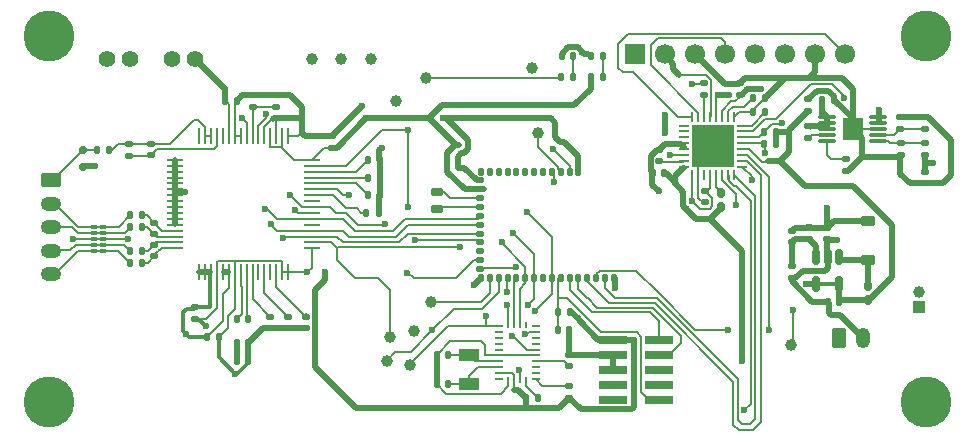
<source format=gbr>
%TF.GenerationSoftware,KiCad,Pcbnew,9.0.7*%
%TF.CreationDate,2026-02-03T01:20:09-06:00*%
%TF.ProjectId,wearable,77656172-6162-46c6-952e-6b696361645f,rev?*%
%TF.SameCoordinates,Original*%
%TF.FileFunction,Copper,L1,Top*%
%TF.FilePolarity,Positive*%
%FSLAX46Y46*%
G04 Gerber Fmt 4.6, Leading zero omitted, Abs format (unit mm)*
G04 Created by KiCad (PCBNEW 9.0.7) date 2026-02-03 01:20:09*
%MOMM*%
%LPD*%
G01*
G04 APERTURE LIST*
G04 Aperture macros list*
%AMRoundRect*
0 Rectangle with rounded corners*
0 $1 Rounding radius*
0 $2 $3 $4 $5 $6 $7 $8 $9 X,Y pos of 4 corners*
0 Add a 4 corners polygon primitive as box body*
4,1,4,$2,$3,$4,$5,$6,$7,$8,$9,$2,$3,0*
0 Add four circle primitives for the rounded corners*
1,1,$1+$1,$2,$3*
1,1,$1+$1,$4,$5*
1,1,$1+$1,$6,$7*
1,1,$1+$1,$8,$9*
0 Add four rect primitives between the rounded corners*
20,1,$1+$1,$2,$3,$4,$5,0*
20,1,$1+$1,$4,$5,$6,$7,0*
20,1,$1+$1,$6,$7,$8,$9,0*
20,1,$1+$1,$8,$9,$2,$3,0*%
G04 Aperture macros list end*
%TA.AperFunction,ComponentPad*%
%ADD10C,1.000000*%
%TD*%
%TA.AperFunction,SMDPad,CuDef*%
%ADD11RoundRect,0.135000X-0.135000X-0.185000X0.135000X-0.185000X0.135000X0.185000X-0.135000X0.185000X0*%
%TD*%
%TA.AperFunction,ComponentPad*%
%ADD12C,1.400000*%
%TD*%
%TA.AperFunction,SMDPad,CuDef*%
%ADD13RoundRect,0.140000X0.140000X0.170000X-0.140000X0.170000X-0.140000X-0.170000X0.140000X-0.170000X0*%
%TD*%
%TA.AperFunction,SMDPad,CuDef*%
%ADD14RoundRect,0.075000X-0.650000X-0.075000X0.650000X-0.075000X0.650000X0.075000X-0.650000X0.075000X0*%
%TD*%
%TA.AperFunction,HeatsinkPad*%
%ADD15R,1.680000X1.880000*%
%TD*%
%TA.AperFunction,SMDPad,CuDef*%
%ADD16RoundRect,0.135000X0.185000X-0.135000X0.185000X0.135000X-0.185000X0.135000X-0.185000X-0.135000X0*%
%TD*%
%TA.AperFunction,SMDPad,CuDef*%
%ADD17RoundRect,0.140000X-0.140000X-0.170000X0.140000X-0.170000X0.140000X0.170000X-0.140000X0.170000X0*%
%TD*%
%TA.AperFunction,ComponentPad*%
%ADD18C,4.318000*%
%TD*%
%TA.AperFunction,SMDPad,CuDef*%
%ADD19RoundRect,0.135000X-0.185000X0.135000X-0.185000X-0.135000X0.185000X-0.135000X0.185000X0.135000X0*%
%TD*%
%TA.AperFunction,SMDPad,CuDef*%
%ADD20RoundRect,0.135000X0.135000X0.185000X-0.135000X0.185000X-0.135000X-0.185000X0.135000X-0.185000X0*%
%TD*%
%TA.AperFunction,SMDPad,CuDef*%
%ADD21RoundRect,0.140000X-0.170000X0.140000X-0.170000X-0.140000X0.170000X-0.140000X0.170000X0.140000X0*%
%TD*%
%TA.AperFunction,SMDPad,CuDef*%
%ADD22RoundRect,0.140000X0.170000X-0.140000X0.170000X0.140000X-0.170000X0.140000X-0.170000X-0.140000X0*%
%TD*%
%TA.AperFunction,SMDPad,CuDef*%
%ADD23RoundRect,0.160000X0.160000X-0.222500X0.160000X0.222500X-0.160000X0.222500X-0.160000X-0.222500X0*%
%TD*%
%TA.AperFunction,SMDPad,CuDef*%
%ADD24R,1.800000X1.000000*%
%TD*%
%TA.AperFunction,ComponentPad*%
%ADD25R,1.700000X1.700000*%
%TD*%
%TA.AperFunction,ComponentPad*%
%ADD26C,1.700000*%
%TD*%
%TA.AperFunction,ComponentPad*%
%ADD27RoundRect,0.250000X-0.625000X0.350000X-0.625000X-0.350000X0.625000X-0.350000X0.625000X0.350000X0*%
%TD*%
%TA.AperFunction,ComponentPad*%
%ADD28O,1.750000X1.200000*%
%TD*%
%TA.AperFunction,SMDPad,CuDef*%
%ADD29RoundRect,0.147500X-0.147500X-0.172500X0.147500X-0.172500X0.147500X0.172500X-0.147500X0.172500X0*%
%TD*%
%TA.AperFunction,SMDPad,CuDef*%
%ADD30R,0.675000X0.250000*%
%TD*%
%TA.AperFunction,SMDPad,CuDef*%
%ADD31R,0.250000X0.575000*%
%TD*%
%TA.AperFunction,SMDPad,CuDef*%
%ADD32RoundRect,0.150000X-0.400000X0.150000X-0.400000X-0.150000X0.400000X-0.150000X0.400000X0.150000X0*%
%TD*%
%TA.AperFunction,SMDPad,CuDef*%
%ADD33RoundRect,0.150000X-0.150000X0.512500X-0.150000X-0.512500X0.150000X-0.512500X0.150000X0.512500X0*%
%TD*%
%TA.AperFunction,SMDPad,CuDef*%
%ADD34RoundRect,0.075000X-0.200000X0.075000X-0.200000X-0.075000X0.200000X-0.075000X0.200000X0.075000X0*%
%TD*%
%TA.AperFunction,SMDPad,CuDef*%
%ADD35RoundRect,0.100000X-0.175000X0.100000X-0.175000X-0.100000X0.175000X-0.100000X0.175000X0.100000X0*%
%TD*%
%TA.AperFunction,SMDPad,CuDef*%
%ADD36RoundRect,0.225000X-0.375000X0.225000X-0.375000X-0.225000X0.375000X-0.225000X0.375000X0.225000X0*%
%TD*%
%TA.AperFunction,SMDPad,CuDef*%
%ADD37RoundRect,0.150000X0.200000X-0.150000X0.200000X0.150000X-0.200000X0.150000X-0.200000X-0.150000X0*%
%TD*%
%TA.AperFunction,SMDPad,CuDef*%
%ADD38RoundRect,0.067500X-0.157500X0.232500X-0.157500X-0.232500X0.157500X-0.232500X0.157500X0.232500X0*%
%TD*%
%TA.AperFunction,SMDPad,CuDef*%
%ADD39RoundRect,0.067500X0.232500X0.157500X-0.232500X0.157500X-0.232500X-0.157500X0.232500X-0.157500X0*%
%TD*%
%TA.AperFunction,ComponentPad*%
%ADD40R,1.000000X1.000000*%
%TD*%
%TA.AperFunction,SMDPad,CuDef*%
%ADD41R,2.400000X0.740000*%
%TD*%
%TA.AperFunction,ComponentPad*%
%ADD42RoundRect,0.250000X-0.350000X-0.625000X0.350000X-0.625000X0.350000X0.625000X-0.350000X0.625000X0*%
%TD*%
%TA.AperFunction,ComponentPad*%
%ADD43O,1.200000X1.750000*%
%TD*%
%TA.AperFunction,SMDPad,CuDef*%
%ADD44RoundRect,0.062500X0.062500X-0.337500X0.062500X0.337500X-0.062500X0.337500X-0.062500X-0.337500X0*%
%TD*%
%TA.AperFunction,SMDPad,CuDef*%
%ADD45RoundRect,0.062500X0.337500X-0.062500X0.337500X0.062500X-0.337500X0.062500X-0.337500X-0.062500X0*%
%TD*%
%TA.AperFunction,HeatsinkPad*%
%ADD46C,0.500000*%
%TD*%
%TA.AperFunction,HeatsinkPad*%
%ADD47R,3.600000X3.600000*%
%TD*%
%TA.AperFunction,SMDPad,CuDef*%
%ADD48R,1.346200X0.279400*%
%TD*%
%TA.AperFunction,SMDPad,CuDef*%
%ADD49R,0.279400X1.346200*%
%TD*%
%TA.AperFunction,ViaPad*%
%ADD50C,0.600000*%
%TD*%
%TA.AperFunction,Conductor*%
%ADD51C,0.370000*%
%TD*%
%TA.AperFunction,Conductor*%
%ADD52C,0.200000*%
%TD*%
%TA.AperFunction,Conductor*%
%ADD53C,0.500000*%
%TD*%
G04 APERTURE END LIST*
D10*
%TO.P,TP8,1,1*%
%TO.N,DRDY*%
X142000000Y-91500000D03*
%TD*%
D11*
%TO.P,R16,1*%
%TO.N,Net-(U4-NTC)*%
X172200000Y-91300000D03*
%TO.P,R16,2*%
%TO.N,AVSS*%
X173220000Y-91300000D03*
%TD*%
D10*
%TO.P,TP14,1,1*%
%TO.N,SCK*%
X144500000Y-89600000D03*
%TD*%
D12*
%TO.P,TP2,1,1*%
%TO.N,AVDD*%
X123000000Y-88000000D03*
X125000000Y-88000000D03*
%TD*%
D13*
%TO.P,C4,1*%
%TO.N,AVSS*%
X128500000Y-91500000D03*
%TO.P,C4,2*%
%TO.N,AVDD*%
X127540000Y-91500000D03*
%TD*%
D14*
%TO.P,U5,1,IN*%
%TO.N,+5V3*%
X178500000Y-92900000D03*
%TO.P,U5,2,IN*%
X178500000Y-93400000D03*
%TO.P,U5,3,EN/UV*%
X178500000Y-93900000D03*
%TO.P,U5,4,PG*%
%TO.N,Net-(U5-PG)*%
X178500000Y-94400000D03*
%TO.P,U5,5,ILIM*%
%TO.N,Net-(U5-ILIM)*%
X178500000Y-94900000D03*
%TO.P,U5,6,PGFB*%
%TO.N,Net-(U5-PGFB)*%
X182800000Y-94900000D03*
%TO.P,U5,7,SET*%
%TO.N,Net-(U5-SET)*%
X182800000Y-94400000D03*
%TO.P,U5,8,GND*%
%TO.N,AVSS*%
X182800000Y-93900000D03*
%TO.P,U5,9,OUTS*%
%TO.N,AVDD*%
X182800000Y-93400000D03*
%TO.P,U5,10,OUT*%
X182800000Y-92900000D03*
D15*
%TO.P,U5,11,GND*%
%TO.N,AVSS*%
X180650000Y-93900000D03*
%TD*%
D10*
%TO.P,TP6,1,1*%
%TO.N,INT_BNO085*%
X141200000Y-113500000D03*
%TD*%
D11*
%TO.P,R7,1*%
%TO.N,Net-(U1-GPIO4)*%
X139600000Y-96530000D03*
%TO.P,R7,2*%
%TO.N,AVSS*%
X140620000Y-96530000D03*
%TD*%
D16*
%TO.P,R26,1*%
%TO.N,AVDD*%
X186750000Y-96110000D03*
%TO.P,R26,2*%
%TO.N,Net-(U5-PGFB)*%
X186750000Y-95090000D03*
%TD*%
D17*
%TO.P,C13,1*%
%TO.N,AVDD*%
X128520000Y-113500000D03*
%TO.P,C13,2*%
%TO.N,AVSS*%
X129480000Y-113500000D03*
%TD*%
D11*
%TO.P,R9,1*%
%TO.N,Net-(U1-GPIO2)*%
X139600000Y-99500000D03*
%TO.P,R9,2*%
%TO.N,AVSS*%
X140620000Y-99500000D03*
%TD*%
D13*
%TO.P,C16,1*%
%TO.N,/XOUT*%
X146392500Y-113000000D03*
%TO.P,C16,2*%
%TO.N,AVSS*%
X145432500Y-113000000D03*
%TD*%
D18*
%TO.P,H4,1,Hole*%
%TO.N,unconnected-(H4-Hole-Pad1)*%
X186850000Y-117000000D03*
%TD*%
D10*
%TO.P,TP15,1,1*%
%TO.N,SCL*%
X153500000Y-88750000D03*
%TD*%
D11*
%TO.P,R8,1*%
%TO.N,Net-(U1-GPIO3)*%
X139600000Y-98000000D03*
%TO.P,R8,2*%
%TO.N,AVSS*%
X140620000Y-98000000D03*
%TD*%
D19*
%TO.P,R27,1*%
%TO.N,Net-(U5-PGFB)*%
X184750000Y-95090000D03*
%TO.P,R27,2*%
%TO.N,AVSS*%
X184750000Y-96110000D03*
%TD*%
D18*
%TO.P,H1,1,Hole*%
%TO.N,unconnected-(H1-Hole-Pad1)*%
X112600000Y-86000000D03*
%TD*%
D20*
%TO.P,R17,1*%
%TO.N,Net-(U4-VSET2)*%
X173270000Y-92440340D03*
%TO.P,R17,2*%
%TO.N,AVSS*%
X172250000Y-92440340D03*
%TD*%
%TO.P,R12,1*%
%TO.N,+3V3*%
X156700000Y-109350000D03*
%TO.P,R12,2*%
%TO.N,RESET*%
X155680000Y-109350000D03*
%TD*%
D10*
%TO.P,TP4,1,1*%
%TO.N,RST_ADS1299*%
X137360000Y-88000000D03*
%TD*%
D21*
%TO.P,C49,1*%
%TO.N,AVDD*%
X186750000Y-97520000D03*
%TO.P,C49,2*%
%TO.N,AVSS*%
X186750000Y-98480000D03*
%TD*%
D10*
%TO.P,TP3,1,1*%
%TO.N,START_ADS1299*%
X134900000Y-88000000D03*
%TD*%
D17*
%TO.P,C27,1*%
%TO.N,RESET*%
X155710000Y-110900000D03*
%TO.P,C27,2*%
%TO.N,AVSS*%
X156670000Y-110900000D03*
%TD*%
D21*
%TO.P,C43,1*%
%TO.N,+5V3*%
X178500000Y-102265000D03*
%TO.P,C43,2*%
%TO.N,AVSS*%
X178500000Y-103225000D03*
%TD*%
D22*
%TO.P,C9,1*%
%TO.N,Net-(U1-VCAP3)*%
X129880000Y-92000000D03*
%TO.P,C9,2*%
%TO.N,AVSS*%
X129880000Y-91040000D03*
%TD*%
D13*
%TO.P,C44,1*%
%TO.N,+3V3*%
X179500000Y-108500000D03*
%TO.P,C44,2*%
%TO.N,AVSS*%
X178540000Y-108500000D03*
%TD*%
D10*
%TO.P,TP11,1,1*%
%TO.N,MISO*%
X143200000Y-113900000D03*
%TD*%
D22*
%TO.P,C1,1*%
%TO.N,Net-(U1-IN2P)*%
X121520000Y-102780000D03*
%TO.P,C1,2*%
%TO.N,Net-(U1-IN2N)*%
X121520000Y-101820000D03*
%TD*%
D21*
%TO.P,C45,1*%
%TO.N,VSYS*%
X168200000Y-99120000D03*
%TO.P,C45,2*%
%TO.N,AVSS*%
X168200000Y-100080000D03*
%TD*%
D10*
%TO.P,TP5,1,1*%
%TO.N,CS_ADS1299*%
X154000000Y-94200000D03*
%TD*%
D17*
%TO.P,C8,1*%
%TO.N,AVDD*%
X128500000Y-112000000D03*
%TO.P,C8,2*%
%TO.N,AVSS*%
X129460000Y-112000000D03*
%TD*%
D20*
%TO.P,R3,1*%
%TO.N,Net-(U1-IN1N)*%
X120520000Y-104200000D03*
%TO.P,R3,2*%
%TO.N,Net-(D4-D2+)*%
X119500000Y-104200000D03*
%TD*%
D10*
%TO.P,TP10,1,1*%
%TO.N,BOOT_BNO085*%
X143500000Y-111000000D03*
%TD*%
D21*
%TO.P,C11,1*%
%TO.N,Net-(U1-VCAP1)*%
X132850000Y-109790000D03*
%TO.P,C11,2*%
%TO.N,AVSS*%
X132850000Y-110750000D03*
%TD*%
D20*
%TO.P,R1,1*%
%TO.N,Net-(U1-IN2N)*%
X120520000Y-101200000D03*
%TO.P,R1,2*%
%TO.N,Net-(D4-D1+)*%
X119500000Y-101200000D03*
%TD*%
D23*
%TO.P,L5,1,1*%
%TO.N,+3V3*%
X169500000Y-100472500D03*
%TO.P,L5,2,2*%
%TO.N,Net-(U4-SW2)*%
X169500000Y-99327500D03*
%TD*%
%TO.P,L7,1,1*%
%TO.N,+3V3*%
X182000000Y-108370000D03*
%TO.P,L7,2,2*%
%TO.N,Net-(D3-A)*%
X182000000Y-107225000D03*
%TD*%
D19*
%TO.P,R22,1*%
%TO.N,Net-(U5-ILIM)*%
X180100000Y-96400000D03*
%TO.P,R22,2*%
%TO.N,AVSS*%
X180100000Y-97420000D03*
%TD*%
%TO.P,R21,1*%
%TO.N,Net-(U6-FB)*%
X175500000Y-105500000D03*
%TO.P,R21,2*%
%TO.N,AVSS*%
X175500000Y-106520000D03*
%TD*%
D24*
%TO.P,Y2,1,1*%
%TO.N,/XIN*%
X148162500Y-115500000D03*
%TO.P,Y2,2,2*%
%TO.N,/XOUT*%
X148162500Y-113000000D03*
%TD*%
D11*
%TO.P,R10,1*%
%TO.N,Net-(U1-GPIO1)*%
X139500000Y-101000000D03*
%TO.P,R10,2*%
%TO.N,AVSS*%
X140520000Y-101000000D03*
%TD*%
D19*
%TO.P,R23,1*%
%TO.N,+5V3*%
X176920000Y-93650000D03*
%TO.P,R23,2*%
%TO.N,Net-(U5-PG)*%
X176920000Y-94670000D03*
%TD*%
D21*
%TO.P,C3,1*%
%TO.N,Net-(U1-BIASIN)*%
X121225000Y-95170000D03*
%TO.P,C3,2*%
%TO.N,Net-(U1-BIASINV)*%
X121225000Y-96130000D03*
%TD*%
D13*
%TO.P,C17,1*%
%TO.N,/XIN*%
X146392500Y-115500000D03*
%TO.P,C17,2*%
%TO.N,AVSS*%
X145432500Y-115500000D03*
%TD*%
D16*
%TO.P,R13,1*%
%TO.N,+3V3*%
X156662500Y-116635000D03*
%TO.P,R13,2*%
%TO.N,Net-(U3-PS0{slash}WAKE)*%
X156662500Y-115615000D03*
%TD*%
D22*
%TO.P,C15,1*%
%TO.N,AVSS*%
X134350000Y-110750000D03*
%TO.P,C15,2*%
%TO.N,Net-(U1-VCAP2)*%
X134350000Y-109790000D03*
%TD*%
D10*
%TO.P,TP9,1,1*%
%TO.N,MOSI*%
X141500000Y-111500000D03*
%TD*%
D20*
%TO.P,R4,1*%
%TO.N,Net-(U1-IN1P)*%
X120520000Y-105200000D03*
%TO.P,R4,2*%
%TO.N,Net-(D4-D2-)*%
X119500000Y-105200000D03*
%TD*%
%TO.P,R15,1*%
%TO.N,Net-(D2-A)*%
X159510000Y-89500000D03*
%TO.P,R15,2*%
%TO.N,+3V3*%
X158490000Y-89500000D03*
%TD*%
D11*
%TO.P,R11,1*%
%TO.N,+3V3*%
X152980000Y-116625000D03*
%TO.P,R11,2*%
%TO.N,Net-(U3-PS1)*%
X154000000Y-116625000D03*
%TD*%
D25*
%TO.P,J3,1,Pin_1*%
%TO.N,AVSS*%
X162220000Y-87500000D03*
D26*
%TO.P,J3,2,Pin_2*%
%TO.N,+5V_USB*%
X164760000Y-87500000D03*
%TO.P,J3,3,Pin_3*%
%TO.N,AVSS*%
X167300000Y-87500000D03*
%TO.P,J3,4,Pin_4*%
%TO.N,Net-(J3-Pin_4)*%
X169840000Y-87500000D03*
%TO.P,J3,5,Pin_5*%
%TO.N,unconnected-(J3-Pin_5-Pad5)*%
X172380000Y-87500000D03*
%TO.P,J3,6,Pin_6*%
%TO.N,unconnected-(J3-Pin_6-Pad6)*%
X174920000Y-87500000D03*
%TO.P,J3,7,Pin_7*%
%TO.N,AVSS*%
X177460000Y-87500000D03*
%TO.P,J3,8,Pin_8*%
%TO.N,Net-(J3-Pin_8)*%
X180000000Y-87500000D03*
%TD*%
D27*
%TO.P,Elec_In,1,Bias*%
%TO.N,VBIAS*%
X112800000Y-98200000D03*
D28*
%TO.P,Elec_In,2,D1+*%
%TO.N,Net-(D4-D1+)*%
X112800000Y-100200000D03*
%TO.P,Elec_In,3,D1-*%
%TO.N,Net-(D4-D1-)*%
X112800000Y-102200000D03*
%TO.P,Elec_In,4,D2+*%
%TO.N,Net-(D4-D2+)*%
X112800000Y-104200000D03*
%TO.P,Elec_In,5,D2-*%
%TO.N,Net-(D4-D2-)*%
X112800000Y-106200000D03*
%TD*%
D29*
%TO.P,D2,1,K*%
%TO.N,AVSS*%
X158515000Y-87750000D03*
%TO.P,D2,2,A*%
%TO.N,Net-(D2-A)*%
X159485000Y-87750000D03*
%TD*%
D21*
%TO.P,C41,1*%
%TO.N,+5V3*%
X175500000Y-102520000D03*
%TO.P,C41,2*%
%TO.N,Net-(U6-FB)*%
X175500000Y-103480000D03*
%TD*%
D22*
%TO.P,C10,1*%
%TO.N,Net-(U1-VCAP3)*%
X131850000Y-92000000D03*
%TO.P,C10,2*%
%TO.N,AVSS*%
X131850000Y-91040000D03*
%TD*%
%TO.P,C2,1*%
%TO.N,Net-(U1-IN1P)*%
X121500000Y-104660000D03*
%TO.P,C2,2*%
%TO.N,Net-(U1-IN1N)*%
X121500000Y-103700000D03*
%TD*%
D10*
%TO.P,TP12,1,1*%
%TO.N,RST_BNO085*%
X145000000Y-108500000D03*
%TD*%
D30*
%TO.P,U3,1*%
%TO.N,N/C*%
X150687500Y-115062500D03*
D31*
%TO.P,U3,2,GND*%
%TO.N,AVSS*%
X151500000Y-115125000D03*
%TO.P,U3,3,VDD*%
%TO.N,+3V3*%
X152000000Y-115125000D03*
%TO.P,U3,4,~{BOOT}*%
%TO.N,BOOT_BNO085*%
X152500000Y-115125000D03*
%TO.P,U3,5,PS1*%
%TO.N,Net-(U3-PS1)*%
X153000000Y-115125000D03*
D30*
%TO.P,U3,6,PS0/WAKE*%
%TO.N,Net-(U3-PS0{slash}WAKE)*%
X153812500Y-115062500D03*
%TO.P,U3,7*%
%TO.N,N/C*%
X153812500Y-114562500D03*
%TO.P,U3,8*%
X153812500Y-114062500D03*
%TO.P,U3,9,CAP*%
%TO.N,/CAP*%
X153812500Y-113562500D03*
%TO.P,U3,10,CLKSEL0*%
%TO.N,AVSS*%
X153812500Y-113062500D03*
%TO.P,U3,11,~{RST}*%
%TO.N,RST_BNO085*%
X153812500Y-112562500D03*
%TO.P,U3,12*%
%TO.N,N/C*%
X153812500Y-112062500D03*
%TO.P,U3,13*%
X153812500Y-111562500D03*
%TO.P,U3,14,~{H_INT}*%
%TO.N,INT_BNO085*%
X153812500Y-111062500D03*
%TO.P,U3,15,ENV_SCL*%
%TO.N,unconnected-(U3-ENV_SCL-Pad15)*%
X153812500Y-110562500D03*
D31*
%TO.P,U3,16,ENV_SDA*%
%TO.N,unconnected-(U3-ENV_SDA-Pad16)*%
X153000000Y-110500000D03*
%TO.P,U3,17,SA0/H_MOSI*%
%TO.N,MOSI*%
X152500000Y-110500000D03*
%TO.P,U3,18,~{H_CS}*%
%TO.N,CS_BNO085*%
X152000000Y-110500000D03*
%TO.P,U3,19,H_SCL/SCK/RX*%
%TO.N,SCK*%
X151500000Y-110500000D03*
D30*
%TO.P,U3,20,H_SDA/H_MISO/TX*%
%TO.N,MISO*%
X150687500Y-110562500D03*
%TO.P,U3,21*%
%TO.N,N/C*%
X150687500Y-111062500D03*
%TO.P,U3,22*%
X150687500Y-111562500D03*
%TO.P,U3,23*%
X150687500Y-112062500D03*
%TO.P,U3,24*%
X150687500Y-112562500D03*
%TO.P,U3,25,GNDIO*%
%TO.N,AVSS*%
X150687500Y-113062500D03*
%TO.P,U3,26,XOUT32/CLKSEL1*%
%TO.N,/XOUT*%
X150687500Y-113562500D03*
%TO.P,U3,27,XIN32*%
%TO.N,/XIN*%
X150687500Y-114062500D03*
%TO.P,U3,28,VDDIO*%
%TO.N,+3V3*%
X150687500Y-114562500D03*
%TD*%
D32*
%TO.P,Y1,1,1*%
%TO.N,Net-(U7-P1.00)*%
X145500000Y-99250000D03*
%TO.P,Y1,2,2*%
%TO.N,Net-(U7-P1.01)*%
X145500000Y-100650000D03*
%TD*%
D20*
%TO.P,R14,1*%
%TO.N,Net-(D1-A)*%
X157000000Y-89500000D03*
%TO.P,R14,2*%
%TO.N,SCK*%
X155980000Y-89500000D03*
%TD*%
D33*
%TO.P,U6,1,SW*%
%TO.N,Net-(D3-A)*%
X179500000Y-104725000D03*
%TO.P,U6,2,GND*%
%TO.N,AVSS*%
X178550000Y-104725000D03*
%TO.P,U6,3,FB*%
%TO.N,Net-(U6-FB)*%
X177600000Y-104725000D03*
%TO.P,U6,4,EN*%
%TO.N,+3V3*%
X177600000Y-107000000D03*
%TO.P,U6,5,VIN*%
X179500000Y-107000000D03*
%TD*%
D34*
%TO.P,D4,1,D1+*%
%TO.N,Net-(D4-D1+)*%
X116430000Y-102200000D03*
%TO.P,D4,2,D1-*%
%TO.N,Net-(D4-D1-)*%
X116430000Y-102700000D03*
D35*
%TO.P,D4,3,GND_1*%
%TO.N,AVSS*%
X116430000Y-103200000D03*
D34*
%TO.P,D4,4,D2+*%
%TO.N,Net-(D4-D2+)*%
X116430000Y-103700000D03*
%TO.P,D4,5,D2-*%
%TO.N,Net-(D4-D2-)*%
X116430000Y-104200000D03*
%TO.P,D4,6,NC_1*%
X117200000Y-104200000D03*
%TO.P,D4,7,NC_2*%
%TO.N,Net-(D4-D2+)*%
X117200000Y-103700000D03*
D35*
%TO.P,D4,8,GND_2*%
%TO.N,AVSS*%
X117200000Y-103200000D03*
D34*
%TO.P,D4,9,NC_3*%
%TO.N,Net-(D4-D1-)*%
X117200000Y-102700000D03*
%TO.P,D4,10,NC_4*%
%TO.N,Net-(D4-D1+)*%
X117200000Y-102200000D03*
%TD*%
D19*
%TO.P,R24,1*%
%TO.N,+5V3*%
X177000000Y-102215000D03*
%TO.P,R24,2*%
%TO.N,Net-(U6-FB)*%
X177000000Y-103235000D03*
%TD*%
D36*
%TO.P,D3,1,K*%
%TO.N,+5V3*%
X182000000Y-101700000D03*
%TO.P,D3,2,A*%
%TO.N,Net-(D3-A)*%
X182000000Y-105000000D03*
%TD*%
D22*
%TO.P,C39,1*%
%TO.N,Net-(BT1-+)*%
X171100000Y-90980000D03*
%TO.P,C39,2*%
%TO.N,AVSS*%
X171100000Y-90020000D03*
%TD*%
D37*
%TO.P,U2,1,I/O*%
%TO.N,VBIAS*%
X115525000Y-95680000D03*
%TO.P,U2,2,GND*%
%TO.N,AVSS*%
X115525000Y-97080000D03*
%TD*%
D22*
%TO.P,C48,1*%
%TO.N,Net-(U5-SET)*%
X186750000Y-93860000D03*
%TO.P,C48,2*%
%TO.N,AVSS*%
X186750000Y-92900000D03*
%TD*%
D11*
%TO.P,R18,1*%
%TO.N,VBIAS*%
X116705000Y-95680000D03*
%TO.P,R18,2*%
%TO.N,Net-(U1-BIASIN)*%
X117725000Y-95680000D03*
%TD*%
D12*
%TO.P,TP1,1,1*%
%TO.N,AVSS*%
X117500000Y-88000000D03*
X119500000Y-88000000D03*
%TD*%
D21*
%TO.P,C40,1*%
%TO.N,AVSS*%
X176920000Y-91390000D03*
%TO.P,C40,2*%
%TO.N,+3V3*%
X176920000Y-92350000D03*
%TD*%
D22*
%TO.P,C14,1*%
%TO.N,+3V3*%
X136600000Y-95480000D03*
%TO.P,C14,2*%
%TO.N,AVSS*%
X136600000Y-94520000D03*
%TD*%
D18*
%TO.P,H3,1,Hole*%
%TO.N,unconnected-(H3-Hole-Pad1)*%
X186850000Y-86000000D03*
%TD*%
D29*
%TO.P,D1,1,K*%
%TO.N,AVSS*%
X156015000Y-87750000D03*
%TO.P,D1,2,A*%
%TO.N,Net-(D1-A)*%
X156985000Y-87750000D03*
%TD*%
D22*
%TO.P,C33,1*%
%TO.N,Net-(U4-VBUSOUT)*%
X168100000Y-90980000D03*
%TO.P,C33,2*%
%TO.N,AVSS*%
X168100000Y-90020000D03*
%TD*%
D10*
%TO.P,TP16,1,1*%
%TO.N,SDA*%
X175400000Y-112200000D03*
%TD*%
D22*
%TO.P,C26,1*%
%TO.N,/CAP*%
X156662500Y-113980000D03*
%TO.P,C26,2*%
%TO.N,AVSS*%
X156662500Y-113020000D03*
%TD*%
D17*
%TO.P,C6,1*%
%TO.N,AVDD*%
X126020000Y-111500000D03*
%TO.P,C6,2*%
%TO.N,AVSS*%
X126980000Y-111500000D03*
%TD*%
%TO.P,C7,1*%
%TO.N,Net-(U1-VREFP)*%
X128520000Y-110000000D03*
%TO.P,C7,2*%
%TO.N,Net-(U1-VREFN)*%
X129480000Y-110000000D03*
%TD*%
D38*
%TO.P,U7,1,VSS*%
%TO.N,AVSS*%
X160450000Y-106497000D03*
%TO.P,U7,2,P2.09*%
%TO.N,GPIO1*%
X159700000Y-106497000D03*
%TO.P,U7,3,P2.08*%
%TO.N,GPIO4*%
X158950000Y-106497000D03*
%TO.P,U7,4,P2.07*%
%TO.N,GPIO3*%
X158200000Y-106497000D03*
%TO.P,U7,5,SWDIO*%
%TO.N,SWDCLK*%
X157450000Y-106497000D03*
%TO.P,U7,6,SWDCLK*%
%TO.N,SWDIO*%
X156700000Y-106497000D03*
%TO.P,U7,7,~{RESET}*%
%TO.N,RESET*%
X155950000Y-106497000D03*
%TO.P,U7,8,P2.02*%
%TO.N,MISO*%
X155200000Y-106497000D03*
%TO.P,U7,9,P2.00*%
%TO.N,unconnected-(U7-P2.00-Pad9)*%
X154450000Y-106497000D03*
%TO.P,U7,10,P2.01*%
%TO.N,SCK*%
X153700000Y-106497000D03*
%TO.P,U7,11,P2.04*%
%TO.N,MOSI*%
X152950000Y-106497000D03*
%TO.P,U7,12,P2.05*%
%TO.N,CS_BNO085*%
X152200000Y-106497000D03*
%TO.P,U7,13,P2.03*%
%TO.N,GPIO0*%
X151450000Y-106497000D03*
%TO.P,U7,14,P1.03*%
%TO.N,INT_BNO085*%
X150700000Y-106497000D03*
%TO.P,U7,15,P1.02*%
%TO.N,RST_BNO085*%
X149950000Y-106497000D03*
%TO.P,U7,16,VSS*%
%TO.N,AVSS*%
X149200000Y-106497000D03*
D39*
%TO.P,U7,17,P0.00*%
%TO.N,SDA*%
X149150000Y-105750000D03*
%TO.P,U7,18,P0.01*%
%TO.N,DRDY*%
X149150000Y-105000000D03*
%TO.P,U7,19,P0.02*%
%TO.N,unconnected-(U7-P0.02-Pad19)*%
X149150000Y-104250000D03*
%TO.P,U7,20,P1.07*%
%TO.N,BOOT_BNO085*%
X149150000Y-103500000D03*
%TO.P,U7,21,P1.06*%
%TO.N,PWDWN_ADS1299*%
X149150000Y-102750000D03*
%TO.P,U7,22,P1.05*%
%TO.N,RST_ADS1299*%
X149150000Y-102000000D03*
%TO.P,U7,23,P1.04*%
%TO.N,START_ADS1299*%
X149150000Y-101250000D03*
%TO.P,U7,24,P1.01*%
%TO.N,Net-(U7-P1.01)*%
X149150000Y-100500000D03*
%TO.P,U7,25,P1.00*%
%TO.N,Net-(U7-P1.00)*%
X149150000Y-99750000D03*
%TO.P,U7,26,VDD*%
%TO.N,+3V3*%
X149150000Y-99000000D03*
%TO.P,U7,27,VSS*%
%TO.N,AVSS*%
X149150000Y-98250000D03*
D38*
%TO.P,U7,28,P1.10*%
%TO.N,unconnected-(U7-P1.10-Pad28)*%
X149200000Y-97500000D03*
%TO.P,U7,29,P1.09*%
%TO.N,unconnected-(U7-P1.09-Pad29)*%
X149950000Y-97500000D03*
%TO.P,U7,30,P1.08*%
%TO.N,unconnected-(U7-P1.08-Pad30)*%
X150700000Y-97500000D03*
%TO.P,U7,31,P0.04*%
%TO.N,unconnected-(U7-P0.04-Pad31)*%
X151450000Y-97500000D03*
%TO.P,U7,32,P1.14*%
%TO.N,unconnected-(U7-P1.14-Pad32)*%
X152200000Y-97500000D03*
%TO.P,U7,33,P1.13*%
%TO.N,unconnected-(U7-P1.13-Pad33)*%
X152950000Y-97500000D03*
%TO.P,U7,34,P1.12*%
%TO.N,unconnected-(U7-P1.12-Pad34)*%
X153700000Y-97500000D03*
%TO.P,U7,35,P1.11*%
%TO.N,unconnected-(U7-P1.11-Pad35)*%
X154450000Y-97500000D03*
%TO.P,U7,36,P0.03*%
%TO.N,SCL*%
X155200000Y-97500000D03*
%TO.P,U7,37,P2.10*%
%TO.N,CS_ADS1299*%
X155950000Y-97500000D03*
%TO.P,U7,38,P2.06*%
%TO.N,GPIO2*%
X156700000Y-97500000D03*
%TO.P,U7,39,VSS*%
%TO.N,AVSS*%
X157450000Y-97500000D03*
%TD*%
D40*
%TO.P,SW1,1,1*%
%TO.N,AVSS*%
X186250000Y-109000000D03*
D10*
%TO.P,SW1,2,2*%
%TO.N,Net-(U4-SHPHLD)*%
X186250000Y-107730000D03*
%TD*%
D16*
%TO.P,R25,1*%
%TO.N,Net-(U5-SET)*%
X184700000Y-93880000D03*
%TO.P,R25,2*%
%TO.N,AVSS*%
X184700000Y-92860000D03*
%TD*%
D10*
%TO.P,TP7,1,1*%
%TO.N,PWDWN_ADS1299*%
X139900000Y-88000000D03*
%TD*%
D41*
%TO.P,J2,1,Pin_1*%
%TO.N,+3V3*%
X160350000Y-111730000D03*
%TO.P,J2,2,Pin_2*%
%TO.N,SWDIO*%
X164250000Y-111730000D03*
%TO.P,J2,3,Pin_3*%
%TO.N,AVSS*%
X160350000Y-113000000D03*
%TO.P,J2,4,Pin_4*%
%TO.N,SWDCLK*%
X164250000Y-113000000D03*
%TO.P,J2,5,Pin_5*%
%TO.N,AVSS*%
X160350000Y-114270000D03*
%TO.P,J2,6,Pin_6*%
%TO.N,unconnected-(J2-Pin_6-Pad6)*%
X164250000Y-114270000D03*
%TO.P,J2,7,Pin_7*%
%TO.N,unconnected-(J2-Pin_7-Pad7)*%
X160350000Y-115540000D03*
%TO.P,J2,8,Pin_8*%
%TO.N,unconnected-(J2-Pin_8-Pad8)*%
X164250000Y-115540000D03*
%TO.P,J2,9,Pin_9*%
%TO.N,unconnected-(J2-Pin_9-Pad9)*%
X160350000Y-116810000D03*
%TO.P,J2,10,Pin_10*%
%TO.N,RESET*%
X164250000Y-116810000D03*
%TD*%
D13*
%TO.P,C35,1*%
%TO.N,+3V3*%
X164680000Y-97600000D03*
%TO.P,C35,2*%
%TO.N,AVSS*%
X163720000Y-97600000D03*
%TD*%
D18*
%TO.P,H2,1,Hole*%
%TO.N,unconnected-(H2-Hole-Pad1)*%
X112600000Y-117000000D03*
%TD*%
D19*
%TO.P,R5,1*%
%TO.N,Net-(U1-BIASIN)*%
X119425000Y-95130000D03*
%TO.P,R5,2*%
%TO.N,Net-(U1-BIASINV)*%
X119425000Y-96150000D03*
%TD*%
D17*
%TO.P,C42,1*%
%TO.N,+5V3*%
X178090000Y-91400000D03*
%TO.P,C42,2*%
%TO.N,AVSS*%
X179050000Y-91400000D03*
%TD*%
D42*
%TO.P,BT1,1,+*%
%TO.N,Net-(BT1-+)*%
X179500000Y-111550000D03*
D43*
%TO.P,BT1,2,-*%
%TO.N,AVSS*%
X181500000Y-111550000D03*
%TD*%
D22*
%TO.P,C46,1*%
%TO.N,VSYS*%
X170100000Y-91000000D03*
%TO.P,C46,2*%
%TO.N,AVSS*%
X170100000Y-90040000D03*
%TD*%
D44*
%TO.P,U4,1,VOUT1*%
%TO.N,VSYS*%
X167100000Y-97800000D03*
%TO.P,U4,2,PVSS1*%
%TO.N,AVSS*%
X167600000Y-97800000D03*
%TO.P,U4,3,SW1*%
%TO.N,unconnected-(U4-SW1-Pad3)*%
X168100000Y-97800000D03*
%TO.P,U4,4,PVDD*%
%TO.N,VSYS*%
X168600000Y-97800000D03*
%TO.P,U4,5,SW2*%
%TO.N,Net-(U4-SW2)*%
X169100000Y-97800000D03*
%TO.P,U4,6,PVSS2*%
%TO.N,AVSS*%
X169600000Y-97800000D03*
%TO.P,U4,7,GPIO0*%
%TO.N,GPIO0*%
X170100000Y-97800000D03*
%TO.P,U4,8,GPIO1*%
%TO.N,GPIO1*%
X170600000Y-97800000D03*
D45*
%TO.P,U4,9,GPIO2*%
%TO.N,GPIO2*%
X171300000Y-97100000D03*
%TO.P,U4,10,GPIO3*%
%TO.N,GPIO3*%
X171300000Y-96600000D03*
%TO.P,U4,11,GPIO4*%
%TO.N,GPIO4*%
X171300000Y-96100000D03*
%TO.P,U4,12,VDDIO*%
%TO.N,+3V3*%
X171300000Y-95600000D03*
%TO.P,U4,13,SDA*%
%TO.N,SDA*%
X171300000Y-95100000D03*
%TO.P,U4,14,SCL*%
%TO.N,SCL*%
X171300000Y-94600000D03*
%TO.P,U4,15,SHPHLD*%
%TO.N,Net-(U4-SHPHLD)*%
X171300000Y-94100000D03*
%TO.P,U4,16,VSET2*%
%TO.N,Net-(U4-VSET2)*%
X171300000Y-93600000D03*
D44*
%TO.P,U4,17,VSET1*%
%TO.N,AVSS*%
X170600000Y-92900000D03*
%TO.P,U4,18,NTC*%
%TO.N,Net-(U4-NTC)*%
X170100000Y-92900000D03*
%TO.P,U4,19,VBAT*%
%TO.N,Net-(BT1-+)*%
X169600000Y-92900000D03*
%TO.P,U4,20,VSYS*%
%TO.N,VSYS*%
X169100000Y-92900000D03*
%TO.P,U4,21,VBUS*%
%TO.N,+5V_USB*%
X168600000Y-92900000D03*
%TO.P,U4,22,VBUSOUT*%
%TO.N,Net-(U4-VBUSOUT)*%
X168100000Y-92900000D03*
%TO.P,U4,23,CC1*%
%TO.N,Net-(J3-Pin_4)*%
X167600000Y-92900000D03*
%TO.P,U4,24,CC2*%
%TO.N,Net-(J3-Pin_8)*%
X167100000Y-92900000D03*
D45*
%TO.P,U4,25,LED0*%
%TO.N,unconnected-(U4-LED0-Pad25)*%
X166400000Y-93600000D03*
%TO.P,U4,26,LED1*%
%TO.N,unconnected-(U4-LED1-Pad26)*%
X166400000Y-94100000D03*
%TO.P,U4,27,LED2*%
%TO.N,unconnected-(U4-LED2-Pad27)*%
X166400000Y-94600000D03*
%TO.P,U4,28,LSIN1/VINLDO1*%
%TO.N,AVSS*%
X166400000Y-95100000D03*
%TO.P,U4,29,LSOUT1/VOUTLDO1*%
X166400000Y-95600000D03*
%TO.P,U4,30,LSIN2/VINLDO2*%
%TO.N,+3V3*%
X166400000Y-96100000D03*
%TO.P,U4,31,LSOUT2/VOUTLDO2*%
%TO.N,Net-(U4-LSOUT2{slash}VOUTLDO2)*%
X166400000Y-96600000D03*
%TO.P,U4,32,VOUT2*%
%TO.N,+3V3*%
X166400000Y-97100000D03*
D46*
%TO.P,U4,33,AVSS*%
%TO.N,AVSS*%
X167850000Y-96350000D03*
X168850000Y-96350000D03*
X169850000Y-96350000D03*
X167850000Y-95350000D03*
X168850000Y-95350000D03*
D47*
X168850000Y-95350000D03*
D46*
X169850000Y-95350000D03*
X167850000Y-94350000D03*
X168850000Y-94350000D03*
X169850000Y-94350000D03*
%TD*%
D22*
%TO.P,C21,1*%
%TO.N,Net-(U4-LSOUT2{slash}VOUTLDO2)*%
X164300000Y-96600000D03*
%TO.P,C21,2*%
%TO.N,AVSS*%
X164300000Y-95640000D03*
%TD*%
D20*
%TO.P,R2,1*%
%TO.N,Net-(U1-IN2P)*%
X120520000Y-102200000D03*
%TO.P,R2,2*%
%TO.N,Net-(D4-D1-)*%
X119500000Y-102200000D03*
%TD*%
D48*
%TO.P,U1,1,IN8N*%
%TO.N,AVDD*%
X123321500Y-96499999D03*
%TO.P,U1,2,IN8P*%
X123321500Y-96999998D03*
%TO.P,U1,3,IN7N*%
X123321500Y-97499999D03*
%TO.P,U1,4,IN7P*%
X123321500Y-97999998D03*
%TO.P,U1,5,IN6N*%
X123321500Y-98500000D03*
%TO.P,U1,6,IN6P*%
X123321500Y-98999999D03*
%TO.P,U1,7,IN5N*%
X123321500Y-99499998D03*
%TO.P,U1,8,IN5P*%
X123321500Y-99999999D03*
%TO.P,U1,9,IN4N*%
X123321500Y-100499999D03*
%TO.P,U1,10,IN4P*%
X123321500Y-101000000D03*
%TO.P,U1,11,IN3N*%
X123321500Y-101499999D03*
%TO.P,U1,12,IN3P*%
X123321500Y-101999998D03*
%TO.P,U1,13,IN2N*%
%TO.N,Net-(U1-IN2N)*%
X123321500Y-102500000D03*
%TO.P,U1,14,IN2P*%
%TO.N,Net-(U1-IN2P)*%
X123321500Y-102999999D03*
%TO.P,U1,15,IN1N*%
%TO.N,Net-(U1-IN1N)*%
X123321500Y-103500000D03*
%TO.P,U1,16,IN1P*%
%TO.N,Net-(U1-IN1P)*%
X123321500Y-103999999D03*
D49*
%TO.P,U1,17,SRB1*%
%TO.N,AVDD*%
X125350000Y-106028499D03*
%TO.P,U1,18,SRB2*%
X125849999Y-106028499D03*
%TO.P,U1,19,AVDD*%
X126350000Y-106028499D03*
%TO.P,U1,20,AVSS*%
%TO.N,AVSS*%
X126849999Y-106028499D03*
%TO.P,U1,21,AVDD*%
%TO.N,AVDD*%
X127350001Y-106028499D03*
%TO.P,U1,22,AVDD*%
X127850000Y-106028499D03*
%TO.P,U1,23,AVSS*%
%TO.N,AVSS*%
X128349999Y-106028499D03*
%TO.P,U1,24,VREFP*%
%TO.N,Net-(U1-VREFP)*%
X128850000Y-106028499D03*
%TO.P,U1,25,VREFN*%
%TO.N,Net-(U1-VREFN)*%
X129350000Y-106028499D03*
%TO.P,U1,26,VCAP4*%
%TO.N,Net-(U1-VCAP4)*%
X129850001Y-106028499D03*
%TO.P,U1,27,NC*%
%TO.N,unconnected-(U1-NC-Pad27)*%
X130350000Y-106028499D03*
%TO.P,U1,28,VCAP1*%
%TO.N,Net-(U1-VCAP1)*%
X130849999Y-106028499D03*
%TO.P,U1,29,NC*%
%TO.N,unconnected-(U1-NC-Pad29)*%
X131350001Y-106028499D03*
%TO.P,U1,30,VCAP2*%
%TO.N,Net-(U1-VCAP2)*%
X131850000Y-106028499D03*
%TO.P,U1,31,RESV1*%
%TO.N,AVSS*%
X132350001Y-106028499D03*
%TO.P,U1,32,AVSS*%
X132850000Y-106028499D03*
D48*
%TO.P,U1,33,DGND*%
X134878500Y-103999999D03*
%TO.P,U1,34,DIN*%
%TO.N,MOSI*%
X134878500Y-103500000D03*
%TO.P,U1,35,\u002APWDN*%
%TO.N,PWDWN_ADS1299*%
X134878500Y-102999999D03*
%TO.P,U1,36,\u002ARESET*%
%TO.N,RST_ADS1299*%
X134878500Y-102500000D03*
%TO.P,U1,37,CLK*%
%TO.N,unconnected-(U1-CLK-Pad37)*%
X134878500Y-101999998D03*
%TO.P,U1,38,START*%
%TO.N,START_ADS1299*%
X134878500Y-101499999D03*
%TO.P,U1,39,\u002ACS*%
%TO.N,CS_ADS1299*%
X134878500Y-101000000D03*
%TO.P,U1,40,SCLK*%
%TO.N,SCK*%
X134878500Y-100499999D03*
%TO.P,U1,41,DAISY_IN*%
%TO.N,unconnected-(U1-DAISY_IN-Pad41)*%
X134878500Y-99999999D03*
%TO.P,U1,42,GPIO1*%
%TO.N,Net-(U1-GPIO1)*%
X134878500Y-99499998D03*
%TO.P,U1,43,DOUT*%
%TO.N,MISO*%
X134878500Y-98999999D03*
%TO.P,U1,44,GPIO2*%
%TO.N,Net-(U1-GPIO2)*%
X134878500Y-98500000D03*
%TO.P,U1,45,GPIO3*%
%TO.N,Net-(U1-GPIO3)*%
X134878500Y-97999998D03*
%TO.P,U1,46,GPIO4*%
%TO.N,Net-(U1-GPIO4)*%
X134878500Y-97499999D03*
%TO.P,U1,47,\u002ADRDY*%
%TO.N,DRDY*%
X134878500Y-96999998D03*
%TO.P,U1,48,DVDD*%
%TO.N,+3V3*%
X134878500Y-96499999D03*
D49*
%TO.P,U1,49,DGND*%
%TO.N,AVSS*%
X132850000Y-94471499D03*
%TO.P,U1,50,DVDD*%
%TO.N,+3V3*%
X132350001Y-94471499D03*
%TO.P,U1,51,DGND*%
%TO.N,AVSS*%
X131850000Y-94471499D03*
%TO.P,U1,52,CLKSEL*%
%TO.N,+3V3*%
X131350001Y-94471499D03*
%TO.P,U1,53,AVSS1*%
%TO.N,AVSS*%
X130849999Y-94471499D03*
%TO.P,U1,54,AVDD1*%
%TO.N,AVDD*%
X130350000Y-94471499D03*
%TO.P,U1,55,VCAP3*%
%TO.N,Net-(U1-VCAP3)*%
X129850001Y-94471499D03*
%TO.P,U1,56,AVDD*%
%TO.N,AVDD*%
X129350000Y-94471499D03*
%TO.P,U1,57,AVSS*%
%TO.N,AVSS*%
X128850000Y-94471499D03*
%TO.P,U1,58,AVSS*%
X128349999Y-94471499D03*
%TO.P,U1,59,AVDD*%
%TO.N,AVDD*%
X127850000Y-94471499D03*
%TO.P,U1,60,BIASREF*%
%TO.N,unconnected-(U1-BIASREF-Pad60)*%
X127350001Y-94471499D03*
%TO.P,U1,61,BIASINV*%
%TO.N,Net-(U1-BIASINV)*%
X126849999Y-94471499D03*
%TO.P,U1,62,BIASIN*%
%TO.N,Net-(U1-BIASIN)*%
X126350000Y-94471499D03*
%TO.P,U1,63,BIASOUT*%
X125849999Y-94471499D03*
%TO.P,U1,64,RESERVED*%
%TO.N,unconnected-(U1-RESERVED-Pad64)*%
X125350000Y-94471499D03*
%TD*%
D21*
%TO.P,C12,1*%
%TO.N,Net-(U1-VCAP4)*%
X131350000Y-109790000D03*
%TO.P,C12,2*%
%TO.N,AVSS*%
X131350000Y-110750000D03*
%TD*%
D20*
%TO.P,R20,1*%
%TO.N,+3V3*%
X174210000Y-95200000D03*
%TO.P,R20,2*%
%TO.N,SDA*%
X173190000Y-95200000D03*
%TD*%
%TO.P,R19,1*%
%TO.N,+3V3*%
X174200000Y-94135000D03*
%TO.P,R19,2*%
%TO.N,SCL*%
X173180000Y-94135000D03*
%TD*%
D21*
%TO.P,C5,1*%
%TO.N,AVDD*%
X125000000Y-109000000D03*
%TO.P,C5,2*%
%TO.N,AVSS*%
X125000000Y-109960000D03*
%TD*%
D50*
%TO.N,AVSS*%
X119300000Y-103200000D03*
X146000000Y-93000000D03*
X128400000Y-114654736D03*
X157777005Y-87371509D03*
X179300000Y-103300000D03*
X148600000Y-107100000D03*
X160350000Y-113750000D03*
X134500000Y-106000000D03*
X125900000Y-110600000D03*
X167100000Y-90100000D03*
X160500000Y-107320000D03*
X145432500Y-114200000D03*
X164233812Y-99166188D03*
X116500000Y-97000000D03*
X170810122Y-100310122D03*
X114628442Y-103187501D03*
X181500000Y-96260000D03*
X139160000Y-91960000D03*
X140800000Y-95500000D03*
%TO.N,Net-(BT1-+)*%
X172900000Y-90500000D03*
%TO.N,AVDD*%
X124100000Y-99200000D03*
X124250000Y-111250000D03*
X182920000Y-92268530D03*
X127540000Y-90540000D03*
X128500000Y-112800000D03*
X187500000Y-96750000D03*
X131000000Y-92600000D03*
X129000000Y-93000000D03*
%TO.N,+3V3*%
X139500000Y-93000000D03*
X136000000Y-106000000D03*
X176750000Y-107000000D03*
X165200000Y-96100000D03*
X171300000Y-113500000D03*
X165600000Y-98400000D03*
X171300000Y-107000000D03*
X162130000Y-111730000D03*
%TO.N,+5V3*%
X178515000Y-100600000D03*
X178090000Y-92410000D03*
%TO.N,INT_BNO085*%
X152900000Y-111267502D03*
X145075735Y-110924265D03*
%TO.N,BOOT_BNO085*%
X152419870Y-114323863D03*
X143580000Y-103330000D03*
%TO.N,PWDWN_ADS1299*%
X132400000Y-103080000D03*
%TO.N,RST_BNO085*%
X151800000Y-111400000D03*
%TO.N,START_ADS1299*%
X130920000Y-100650000D03*
%TO.N,RST_ADS1299*%
X131420000Y-101900000D03*
%TO.N,MISO*%
X149600000Y-109700000D03*
X153800000Y-109300000D03*
X138000000Y-99500000D03*
X153100000Y-100900000D03*
%TO.N,MOSI*%
X147400000Y-103910000D03*
X150985000Y-103470000D03*
%TO.N,SCL*%
X155350000Y-98350000D03*
X174686300Y-93405001D03*
%TO.N,SDA*%
X173230424Y-95928606D03*
X152139878Y-105560122D03*
X175600000Y-109213493D03*
%TO.N,SCK*%
X153189878Y-108810122D03*
X151883812Y-102683812D03*
X151420000Y-108800000D03*
X133000000Y-99500000D03*
X141100000Y-101900000D03*
%TO.N,CS_ADS1299*%
X133460186Y-100780431D03*
%TO.N,DRDY*%
X142920000Y-106050000D03*
X143000000Y-100500000D03*
X143000000Y-94000000D03*
%TO.N,GPIO0*%
X151400000Y-107700000D03*
X171500000Y-117700000D03*
%TO.N,VSYS*%
X164800000Y-94200000D03*
X164800000Y-92720000D03*
X167100000Y-100000000D03*
X169300000Y-91000000D03*
%TO.N,GPIO2*%
X172100000Y-98200000D03*
X155300000Y-95600000D03*
%TO.N,GPIO4*%
X170100000Y-110900000D03*
X173600000Y-110900000D03*
%TO.N,Net-(U4-SHPHLD)*%
X179920000Y-91237625D03*
%TD*%
D51*
%TO.N,AVSS*%
X129480000Y-113720000D02*
X129480000Y-113500000D01*
D52*
X150888500Y-116301000D02*
X146233500Y-116301000D01*
X167600000Y-99700000D02*
X168060000Y-100160000D01*
X128349999Y-109150001D02*
X128349999Y-106028499D01*
X126849999Y-105113701D02*
X126909301Y-105054399D01*
D53*
X184740000Y-92900000D02*
X186750000Y-92900000D01*
X147539000Y-95941000D02*
X147260000Y-96220000D01*
D52*
X172250000Y-92270000D02*
X173220000Y-91300000D01*
D53*
X181440000Y-96260000D02*
X180280000Y-97420000D01*
D52*
X126909301Y-105054399D02*
X128290700Y-105054399D01*
D53*
X157384496Y-86979000D02*
X156585504Y-86979000D01*
X184720000Y-96130000D02*
X184720000Y-96140000D01*
X184600000Y-96260000D02*
X181500000Y-96260000D01*
X136600000Y-94520000D02*
X139160000Y-91960000D01*
D52*
X151500000Y-115689500D02*
X151500000Y-115125000D01*
D53*
X156662500Y-113020000D02*
X160330000Y-113020000D01*
X173220000Y-91300000D02*
X173220000Y-91288660D01*
X184700000Y-97700000D02*
X185500000Y-98500000D01*
X160330000Y-113020000D02*
X160350000Y-113000000D01*
X187059999Y-92900000D02*
X186750000Y-92900000D01*
X140620000Y-99500000D02*
X140620000Y-96530000D01*
X178500000Y-104675000D02*
X178550000Y-104725000D01*
D52*
X167600000Y-97800000D02*
X167600000Y-99700000D01*
X125949024Y-109960000D02*
X125000000Y-109960000D01*
X127750000Y-110730000D02*
X127750000Y-109750000D01*
X131850000Y-94471499D02*
X131850000Y-93150000D01*
D53*
X155459000Y-93360000D02*
X155459000Y-94528999D01*
D52*
X114628442Y-103187501D02*
X114640941Y-103200000D01*
D53*
X148091000Y-94849604D02*
X148091000Y-95610396D01*
X160500000Y-106547000D02*
X160450000Y-106497000D01*
X140600000Y-96510000D02*
X140620000Y-96530000D01*
X160350000Y-113750000D02*
X160350000Y-114270000D01*
X179050000Y-91090001D02*
X179050000Y-91400000D01*
D52*
X131567100Y-93000000D02*
X132000000Y-93000000D01*
X167100000Y-90100000D02*
X168020000Y-90100000D01*
D53*
X145432500Y-114200000D02*
X145432500Y-115500000D01*
X188981000Y-94821001D02*
X187059999Y-92900000D01*
X129500000Y-112000000D02*
X130750000Y-110750000D01*
X140600000Y-95700000D02*
X140600000Y-96510000D01*
D52*
X182800000Y-93900000D02*
X180650000Y-93900000D01*
X114640941Y-103200000D02*
X119300000Y-103200000D01*
D53*
X177460000Y-89060109D02*
X176951109Y-89569000D01*
X140600000Y-99520000D02*
X140620000Y-99500000D01*
X148091000Y-95610396D02*
X147760396Y-95941000D01*
X156670000Y-110900000D02*
X156670000Y-113012500D01*
D51*
X126980000Y-113234736D02*
X126980000Y-111500000D01*
D53*
X134000000Y-94200000D02*
X134271499Y-94471499D01*
X147760396Y-94519000D02*
X148091000Y-94849604D01*
X155459000Y-94528999D02*
X155890001Y-94960000D01*
X180650000Y-93000000D02*
X180650000Y-93900000D01*
D52*
X133728501Y-94471499D02*
X132850000Y-94471499D01*
X170800000Y-99426331D02*
X170800000Y-100300000D01*
X126980000Y-111500000D02*
X127750000Y-110730000D01*
D53*
X177460000Y-87500000D02*
X177460000Y-89060109D01*
X175500000Y-106789999D02*
X177210001Y-108500000D01*
X132000000Y-93000000D02*
X131662075Y-93000000D01*
X160500000Y-107320000D02*
X160500000Y-106547000D01*
X181500000Y-96260000D02*
X181440000Y-96260000D01*
D51*
X125260000Y-109960000D02*
X125000000Y-109960000D01*
D53*
X188303791Y-98480000D02*
X188981000Y-97802791D01*
D52*
X134878500Y-103999999D02*
X134878500Y-105621500D01*
X132350001Y-105113700D02*
X132350001Y-106028499D01*
D51*
X128400000Y-114654736D02*
X128545264Y-114654736D01*
D53*
X178500000Y-103225000D02*
X178500000Y-104675000D01*
X129460000Y-112000000D02*
X129460000Y-113480000D01*
X131350000Y-110750000D02*
X134350000Y-110750000D01*
X178575000Y-103300000D02*
X178500000Y-103225000D01*
X178550000Y-105650000D02*
X178550000Y-104725000D01*
X164138604Y-95640000D02*
X163559000Y-96219604D01*
D52*
X128349999Y-94471499D02*
X128349999Y-91650001D01*
D53*
X164784000Y-95156000D02*
X165200000Y-95156000D01*
X181550000Y-111500000D02*
X181500000Y-111550000D01*
X177671000Y-90639000D02*
X178598999Y-90639000D01*
X164233812Y-99166188D02*
X163700000Y-98632376D01*
D52*
X134000000Y-94200000D02*
X133728501Y-94471499D01*
D53*
X132000000Y-93000000D02*
X134000000Y-93000000D01*
X134000000Y-92000000D02*
X134000000Y-93000000D01*
X178313500Y-105886500D02*
X178550000Y-105650000D01*
X188981000Y-97802791D02*
X188981000Y-94821001D01*
D52*
X126849999Y-106028499D02*
X126849999Y-105113701D01*
X149187500Y-111875000D02*
X146557500Y-111875000D01*
D53*
X163700000Y-97620000D02*
X163720000Y-97600000D01*
X163559000Y-97439000D02*
X163720000Y-97600000D01*
X180650000Y-93900000D02*
X181440000Y-94690000D01*
X163700000Y-98632376D02*
X163700000Y-97620000D01*
X146000000Y-93000000D02*
X155099000Y-93000000D01*
X146000000Y-93000000D02*
X146234841Y-93000000D01*
X184700000Y-96160000D02*
X184700000Y-97700000D01*
X147260000Y-96220000D02*
X147260000Y-97200000D01*
X166156000Y-95156000D02*
X166400000Y-95400000D01*
D52*
X170439798Y-96324000D02*
X170424000Y-96324000D01*
X167600000Y-97800000D02*
X167600000Y-96600000D01*
D53*
X130750000Y-110750000D02*
X131350000Y-110750000D01*
X178700000Y-108660000D02*
X178700000Y-109500000D01*
X129460000Y-113480000D02*
X129480000Y-113500000D01*
D52*
X130849999Y-93717101D02*
X131567100Y-93000000D01*
X146233500Y-116301000D02*
X145432500Y-115500000D01*
D53*
X158273332Y-87508332D02*
X158515000Y-87750000D01*
X178700000Y-109500000D02*
X178800000Y-109600000D01*
X140600000Y-100920000D02*
X140600000Y-99520000D01*
X169840000Y-90040000D02*
X170100000Y-90040000D01*
D52*
X168020000Y-90100000D02*
X168100000Y-90020000D01*
X172250000Y-92440340D02*
X172250000Y-92270000D01*
D53*
X179139947Y-89569000D02*
X176951109Y-89569000D01*
D52*
X170424000Y-96324000D02*
X170350000Y-96250000D01*
D53*
X175500000Y-106520000D02*
X175819999Y-106520000D01*
X185500000Y-98500000D02*
X186420001Y-98500000D01*
X165200000Y-95156000D02*
X166156000Y-95156000D01*
X184750000Y-96110000D02*
X184700000Y-96160000D01*
X147780000Y-97200000D02*
X148830000Y-98250000D01*
D52*
X128290700Y-105054399D02*
X132290700Y-105054399D01*
D53*
X184700000Y-92860000D02*
X184740000Y-92900000D01*
D52*
X146557500Y-111875000D02*
X145432500Y-113000000D01*
X126849999Y-106028499D02*
X126849999Y-109059025D01*
D53*
X176951109Y-89569000D02*
X176911450Y-89608660D01*
X176911450Y-89608660D02*
X174900000Y-89608660D01*
X160437344Y-106509656D02*
X160450000Y-106497000D01*
X133040000Y-91040000D02*
X134000000Y-92000000D01*
X180650000Y-90933834D02*
X180650000Y-90516209D01*
X178800000Y-109600000D02*
X179550000Y-109600000D01*
D52*
X182800000Y-93900000D02*
X182041176Y-93900000D01*
D53*
X157777005Y-87371509D02*
X157384496Y-86979000D01*
D52*
X128349999Y-91650001D02*
X128500000Y-91500000D01*
X136551499Y-94471499D02*
X136600000Y-94520000D01*
X127750000Y-109750000D02*
X128349999Y-109150001D01*
D53*
X147760396Y-95941000D02*
X147539000Y-95941000D01*
X157450000Y-96210000D02*
X157450000Y-97500000D01*
X176920000Y-91390000D02*
X177671000Y-90639000D01*
X129460000Y-112000000D02*
X129500000Y-112000000D01*
X155890001Y-94960000D02*
X156200000Y-94960000D01*
X160350000Y-113000000D02*
X160350000Y-113750000D01*
D52*
X131850000Y-93150000D02*
X132000000Y-93000000D01*
D53*
X175819999Y-106520000D02*
X176453499Y-105886500D01*
D52*
X132350001Y-106028499D02*
X132850000Y-106028499D01*
D53*
X156585504Y-86979000D02*
X156015000Y-87549504D01*
D51*
X128545264Y-114654736D02*
X129480000Y-113720000D01*
D52*
X153812500Y-113062500D02*
X150687500Y-113062500D01*
D53*
X164300000Y-95640000D02*
X164138604Y-95640000D01*
X162520000Y-87800000D02*
X162220000Y-87500000D01*
D51*
X128400000Y-114654736D02*
X126980000Y-113234736D01*
D52*
X126880000Y-106058500D02*
X126849999Y-106028499D01*
D53*
X174900000Y-89608660D02*
X171511340Y-89608660D01*
X179742451Y-89608660D02*
X179179607Y-89608660D01*
D52*
X157300000Y-97614222D02*
X157300000Y-97350000D01*
X149500000Y-113000000D02*
X149500000Y-112187500D01*
X128290700Y-105054399D02*
X128349999Y-105113698D01*
D53*
X160650000Y-113000000D02*
X160350000Y-113000000D01*
X178598999Y-90639000D02*
X179050000Y-91090001D01*
D52*
X151500000Y-115689500D02*
X150888500Y-116301000D01*
X128349999Y-105113698D02*
X128349999Y-106028499D01*
D53*
X176453499Y-105886500D02*
X178313500Y-105886500D01*
X180650000Y-91541416D02*
X180651000Y-91540416D01*
X179300000Y-103300000D02*
X178575000Y-103300000D01*
D52*
X149562500Y-113062500D02*
X150687500Y-113062500D01*
X126849999Y-109059025D02*
X125949024Y-109960000D01*
D53*
X140520000Y-101000000D02*
X140600000Y-100920000D01*
X140800000Y-95500000D02*
X140600000Y-95700000D01*
X131850000Y-91040000D02*
X133040000Y-91040000D01*
X177210001Y-108500000D02*
X178540000Y-108500000D01*
D51*
X125900000Y-110600000D02*
X125260000Y-109960000D01*
D53*
X180280000Y-97420000D02*
X180100000Y-97420000D01*
X147260000Y-97200000D02*
X147780000Y-97200000D01*
X186750000Y-98480000D02*
X188303791Y-98480000D01*
X180650000Y-90516209D02*
X179742451Y-89608660D01*
D52*
X171059660Y-92440340D02*
X170600000Y-92900000D01*
D53*
X179550000Y-109600000D02*
X181500000Y-111550000D01*
X155099000Y-93000000D02*
X155459000Y-93360000D01*
X149200000Y-106500000D02*
X149200000Y-106497000D01*
X128960000Y-91040000D02*
X128500000Y-91500000D01*
X146234841Y-93000000D02*
X147753841Y-94519000D01*
D52*
X149500000Y-113000000D02*
X149562500Y-113062500D01*
D53*
X156015000Y-87549504D02*
X156015000Y-87750000D01*
X164300000Y-95640000D02*
X164784000Y-95156000D01*
X171080000Y-90040000D02*
X171100000Y-90020000D01*
D52*
X156620000Y-113062500D02*
X156662500Y-113020000D01*
D53*
X115605000Y-97000000D02*
X115525000Y-97080000D01*
D52*
X132290700Y-105054399D02*
X132350001Y-105113700D01*
D53*
X171511340Y-89608660D02*
X171100000Y-90020000D01*
X186420001Y-98500000D02*
X186440001Y-98480000D01*
D52*
X168060000Y-100160000D02*
X168300000Y-100160000D01*
D53*
X134271499Y-94471499D02*
X136551499Y-94471499D01*
X148830000Y-98250000D02*
X149150000Y-98250000D01*
X181440000Y-94690000D02*
X181440000Y-96260000D01*
X163559000Y-96219604D02*
X163559000Y-97439000D01*
X180651000Y-90934834D02*
X180650000Y-90933834D01*
D52*
X130849999Y-94471499D02*
X130849999Y-93717101D01*
D53*
X148600000Y-107100000D02*
X149200000Y-106500000D01*
X175500000Y-106520000D02*
X175500000Y-106789999D01*
D52*
X134471501Y-106028499D02*
X132850000Y-106028499D01*
D53*
X131850000Y-91040000D02*
X129880000Y-91040000D01*
X180651000Y-91540416D02*
X180651000Y-90934834D01*
X167300000Y-87500000D02*
X169840000Y-90040000D01*
D52*
X169600000Y-97800000D02*
X169600000Y-98226331D01*
D53*
X173220000Y-91288660D02*
X174900000Y-89608660D01*
D52*
X134878500Y-105621500D02*
X134471501Y-106028499D01*
D53*
X180650000Y-93900000D02*
X180650000Y-91541416D01*
X179179607Y-89608660D02*
X179139947Y-89569000D01*
X157913828Y-87508332D02*
X158273332Y-87508332D01*
X147753841Y-94519000D02*
X147760396Y-94519000D01*
X184700000Y-96110000D02*
X184720000Y-96130000D01*
X178540000Y-108500000D02*
X178700000Y-108660000D01*
D52*
X169600000Y-98226331D02*
X170800000Y-99426331D01*
D53*
X129880000Y-91040000D02*
X128960000Y-91040000D01*
X131662075Y-93000000D02*
X131614587Y-93047488D01*
X179050000Y-91400000D02*
X180650000Y-93000000D01*
X145432500Y-113000000D02*
X145432500Y-114200000D01*
D52*
X172250000Y-92440340D02*
X171059660Y-92440340D01*
D53*
X178550000Y-108490000D02*
X178540000Y-108500000D01*
X184750000Y-96110000D02*
X184600000Y-96260000D01*
D52*
X167600000Y-96600000D02*
X168850000Y-95350000D01*
D53*
X157777005Y-87371509D02*
X157913828Y-87508332D01*
X156670000Y-113012500D02*
X156662500Y-113020000D01*
D52*
X128349999Y-94471499D02*
X128850000Y-94471499D01*
D53*
X170100000Y-90040000D02*
X171080000Y-90040000D01*
X134000000Y-93000000D02*
X134000000Y-94200000D01*
D52*
X149500000Y-112187500D02*
X149187500Y-111875000D01*
D53*
X156200000Y-94960000D02*
X157450000Y-96210000D01*
X116500000Y-97000000D02*
X115605000Y-97000000D01*
%TO.N,Net-(BT1-+)*%
X172900000Y-90500000D02*
X171741396Y-90500000D01*
D52*
X170739000Y-91561000D02*
X170400184Y-91561000D01*
X171100000Y-91200000D02*
X170739000Y-91561000D01*
D53*
X171261396Y-90980000D02*
X171100000Y-90980000D01*
D52*
X170400184Y-91561000D02*
X169600000Y-92361184D01*
X171100000Y-90980000D02*
X171100000Y-91200000D01*
D53*
X171741396Y-90500000D02*
X171261396Y-90980000D01*
D52*
X169600000Y-92361184D02*
X169600000Y-92900000D01*
D53*
%TO.N,AVDD*%
X123321500Y-99200000D02*
X123321500Y-101909300D01*
D51*
X126250000Y-109000000D02*
X126250000Y-106128499D01*
X124500000Y-111500000D02*
X126020000Y-111500000D01*
D53*
X123321500Y-96499999D02*
X123321500Y-99200000D01*
D52*
X127540000Y-90540000D02*
X127500000Y-90500000D01*
X127850000Y-106028499D02*
X127850000Y-107350000D01*
X126514000Y-111006000D02*
X126020000Y-111500000D01*
D53*
X124100000Y-99200000D02*
X123321500Y-99200000D01*
D52*
X127369000Y-107831000D02*
X127369000Y-110151000D01*
X129350000Y-93350000D02*
X129000000Y-93000000D01*
X126786976Y-110724001D02*
X126514000Y-110996977D01*
X130350000Y-93650000D02*
X130350000Y-94471499D01*
X127369000Y-110151000D02*
X126795999Y-110724001D01*
D53*
X127540000Y-90540000D02*
X127540000Y-91500000D01*
D51*
X124000000Y-111000000D02*
X124250000Y-111250000D01*
D52*
X127850000Y-107350000D02*
X127369000Y-107831000D01*
X123321500Y-96499999D02*
X123321500Y-96500000D01*
X123321500Y-99978500D02*
X123321500Y-101499999D01*
D51*
X124300000Y-109100000D02*
X124000000Y-109400000D01*
X124250000Y-111250000D02*
X124500000Y-111500000D01*
X125000000Y-109000000D02*
X124900000Y-109100000D01*
D53*
X186750000Y-96750000D02*
X186750000Y-97520000D01*
D51*
X126250000Y-106128499D02*
X126344299Y-106034200D01*
D53*
X182901000Y-93299000D02*
X182920000Y-93299000D01*
X125350000Y-106028499D02*
X125330137Y-106028499D01*
D52*
X126514000Y-110996977D02*
X126514000Y-111006000D01*
D53*
X125350000Y-106028499D02*
X126259299Y-106028499D01*
X128500000Y-113480000D02*
X128520000Y-113500000D01*
X187500000Y-96750000D02*
X186750000Y-96750000D01*
X127540000Y-90540000D02*
X125000000Y-88000000D01*
D51*
X124900000Y-109100000D02*
X124300000Y-109100000D01*
D53*
X128500000Y-112000000D02*
X128500000Y-112800000D01*
X127440699Y-106028499D02*
X127759299Y-106028499D01*
D52*
X127850000Y-91810000D02*
X127540000Y-91500000D01*
D53*
X186750000Y-97520000D02*
X186750000Y-96110000D01*
D51*
X126344299Y-106034200D02*
X126344299Y-106028499D01*
D52*
X131000000Y-93000000D02*
X130350000Y-93650000D01*
D53*
X128500000Y-112800000D02*
X128500000Y-113480000D01*
X182920000Y-93280000D02*
X182901000Y-93299000D01*
D51*
X125000000Y-109000000D02*
X126250000Y-109000000D01*
D52*
X127850000Y-94471499D02*
X127850000Y-91810000D01*
X126795999Y-110724001D02*
X126786976Y-110724001D01*
D53*
X182920000Y-92268530D02*
X182920000Y-93280000D01*
D52*
X127910000Y-94411499D02*
X127850000Y-94471499D01*
X129350000Y-94471499D02*
X129350000Y-93350000D01*
D51*
X124000000Y-109400000D02*
X124000000Y-111000000D01*
D52*
X131000000Y-92600000D02*
X131000000Y-93000000D01*
%TO.N,+3V3*%
X131409300Y-95445599D02*
X131350001Y-95386300D01*
D53*
X149219000Y-98931000D02*
X149150000Y-99000000D01*
X137020000Y-95480000D02*
X139500000Y-93000000D01*
X156652500Y-116625000D02*
X156662500Y-116635000D01*
D52*
X132350001Y-95386298D02*
X132290700Y-95445599D01*
D53*
X139500000Y-93000000D02*
X144810001Y-93000000D01*
D52*
X136600000Y-95480000D02*
X135898499Y-95480000D01*
D53*
X167400000Y-101500000D02*
X166400000Y-100500000D01*
X136000000Y-106670001D02*
X136000000Y-106000000D01*
X165600000Y-98400000D02*
X164820000Y-97620000D01*
X156662500Y-116635000D02*
X157638500Y-117611000D01*
D51*
X177600000Y-107000000D02*
X179500000Y-107000000D01*
D53*
X169500000Y-100472500D02*
X169500000Y-100600000D01*
X157508636Y-110017240D02*
X157508636Y-110100000D01*
X174535000Y-96600000D02*
X175270000Y-95865000D01*
D52*
X166400000Y-100500000D02*
X166600000Y-100700000D01*
D53*
X158490000Y-90510000D02*
X158490000Y-89500000D01*
X156700000Y-109350000D02*
X156841396Y-109350000D01*
X146300000Y-97500000D02*
X146300000Y-95900000D01*
X166288000Y-97212000D02*
X166400000Y-97212000D01*
D52*
X166100000Y-97100000D02*
X166400000Y-97100000D01*
D53*
X176750000Y-107000000D02*
X177600000Y-107000000D01*
X149431000Y-98931000D02*
X149219000Y-98931000D01*
D52*
X171900000Y-95600000D02*
X171300000Y-95600000D01*
D53*
X166300000Y-99200000D02*
X166300000Y-100400000D01*
X184000000Y-102000000D02*
X184000000Y-106447734D01*
X146970000Y-95230000D02*
X147350000Y-95230000D01*
X138611000Y-117500000D02*
X135111000Y-114000000D01*
X173890000Y-96600000D02*
X174535000Y-96600000D01*
X152980000Y-117500000D02*
X138611000Y-117500000D01*
X174535000Y-96600000D02*
X176635000Y-98700000D01*
X145910001Y-91900000D02*
X144810001Y-93000000D01*
D52*
X152000000Y-115996319D02*
X152009714Y-116006033D01*
X132290700Y-95445599D02*
X131409300Y-95445599D01*
D53*
X147800000Y-99000000D02*
X146300000Y-97500000D01*
X157508636Y-110100000D02*
X159138636Y-111730000D01*
X149150000Y-99000000D02*
X147800000Y-99000000D01*
X161981000Y-117611000D02*
X162130000Y-117462000D01*
X165600000Y-98500000D02*
X166300000Y-99200000D01*
X184000000Y-106447734D02*
X182077734Y-108370000D01*
X176635000Y-98700000D02*
X180700000Y-98700000D01*
X168600000Y-101500000D02*
X167400000Y-101500000D01*
X159138636Y-111730000D02*
X160350000Y-111730000D01*
D52*
X165200000Y-96100000D02*
X166400000Y-96100000D01*
D53*
X165600000Y-98400000D02*
X165600000Y-98500000D01*
X179630000Y-108370000D02*
X179500000Y-108500000D01*
D52*
X131350001Y-95386300D02*
X131350001Y-94471499D01*
D53*
X182077734Y-108370000D02*
X182000000Y-108370000D01*
D52*
X133345100Y-96499999D02*
X134878500Y-96499999D01*
D53*
X169500000Y-100600000D02*
X168600000Y-101500000D01*
X173885000Y-96605000D02*
X173890000Y-96600000D01*
X155600000Y-91900000D02*
X145910001Y-91900000D01*
D52*
X151126000Y-114536500D02*
X151100000Y-114562500D01*
D53*
X156662500Y-116635000D02*
X155797500Y-117500000D01*
D52*
X173505000Y-96605000D02*
X173410000Y-96700000D01*
D53*
X155600000Y-91900000D02*
X157100000Y-91900000D01*
X182000000Y-108370000D02*
X179630000Y-108370000D01*
X152361033Y-116006033D02*
X152980000Y-116625000D01*
X166300000Y-100400000D02*
X166600000Y-100700000D01*
D52*
X132290700Y-95445599D02*
X133345100Y-96499999D01*
D53*
X152980000Y-116625000D02*
X152980000Y-117500000D01*
D52*
X158490000Y-89500000D02*
X158569660Y-89500000D01*
D53*
X135111000Y-107559001D02*
X136000000Y-106670001D01*
X175270000Y-94135000D02*
X174200000Y-94135000D01*
X174200000Y-94135000D02*
X174200000Y-95090000D01*
X157100000Y-91900000D02*
X158490000Y-90510000D01*
X179500000Y-107000000D02*
X179500000Y-108500000D01*
X171300000Y-104200000D02*
X171300000Y-107000000D01*
X171300000Y-107000000D02*
X171300000Y-113500000D01*
D52*
X151100000Y-114562500D02*
X150687500Y-114562500D01*
X135898499Y-95480000D02*
X134878500Y-96499999D01*
X151812500Y-114536500D02*
X152000000Y-114724000D01*
D53*
X162130000Y-117462000D02*
X162130000Y-111730000D01*
X160350000Y-111730000D02*
X162130000Y-111730000D01*
X152009714Y-116006033D02*
X152361033Y-116006033D01*
X168600000Y-101500000D02*
X171300000Y-104200000D01*
X175270000Y-94000000D02*
X176920000Y-92350000D01*
X165600000Y-97900000D02*
X166288000Y-97212000D01*
X173505000Y-96605000D02*
X173885000Y-96605000D01*
X174200000Y-95090000D02*
X174210000Y-95100000D01*
X175270000Y-95865000D02*
X175270000Y-94135000D01*
D52*
X173410000Y-96700000D02*
X173000000Y-96700000D01*
D53*
X155797500Y-117500000D02*
X152980000Y-117500000D01*
D52*
X132350001Y-94471499D02*
X132350001Y-95386298D01*
X152000000Y-114724000D02*
X152000000Y-115125000D01*
X151812500Y-114536500D02*
X151126000Y-114536500D01*
X173000000Y-96700000D02*
X171900000Y-95600000D01*
X152000000Y-115125000D02*
X152000000Y-115996319D01*
D53*
X135111000Y-114000000D02*
X135111000Y-107559001D01*
X165600000Y-98400000D02*
X165600000Y-97900000D01*
X156841396Y-109350000D02*
X157508636Y-110017240D01*
X136600000Y-95480000D02*
X137020000Y-95480000D01*
X146300000Y-95900000D02*
X146970000Y-95230000D01*
X147350000Y-95230000D02*
X147040001Y-95230000D01*
X180700000Y-98700000D02*
X184000000Y-102000000D01*
X147040001Y-95230000D02*
X144810001Y-93000000D01*
X164820000Y-97620000D02*
X164700000Y-97620000D01*
X157638500Y-117611000D02*
X161981000Y-117611000D01*
X164700000Y-97620000D02*
X164680000Y-97600000D01*
%TO.N,+5V3*%
X178500000Y-92900000D02*
X178500000Y-93600000D01*
X178500000Y-102265000D02*
X175755000Y-102265000D01*
X179065000Y-101700000D02*
X182000000Y-101700000D01*
X178090000Y-91400000D02*
X178090000Y-92410000D01*
X178450000Y-93650000D02*
X176920000Y-93650000D01*
X175755000Y-102265000D02*
X175500000Y-102520000D01*
D52*
X177170000Y-93900000D02*
X176920000Y-93650000D01*
D53*
X178515000Y-100600000D02*
X178515000Y-102250000D01*
X178515000Y-100600000D02*
X178500000Y-100615000D01*
X178090000Y-92410000D02*
X178090000Y-92490000D01*
X178515000Y-102250000D02*
X178500000Y-102265000D01*
X178500000Y-102265000D02*
X179065000Y-101700000D01*
X178500000Y-93600000D02*
X178450000Y-93650000D01*
X178090000Y-92490000D02*
X178500000Y-92900000D01*
X178500000Y-100615000D02*
X178500000Y-102265000D01*
X178500000Y-93600000D02*
X178500000Y-93819000D01*
%TO.N,+5V_USB*%
X165490000Y-88769232D02*
X165490000Y-88350000D01*
X166000000Y-89279232D02*
X165490000Y-88769232D01*
D52*
X168691000Y-92809000D02*
X168691000Y-89701736D01*
X168268496Y-89279232D02*
X166000000Y-89279232D01*
X168600000Y-92900000D02*
X168691000Y-92809000D01*
X168691000Y-89701736D02*
X168268496Y-89279232D01*
D53*
X165490000Y-88350000D02*
X164890000Y-87750000D01*
D52*
%TO.N,/XIN*%
X148937500Y-114062500D02*
X148162500Y-114837500D01*
X146392500Y-115500000D02*
X147787500Y-115500000D01*
X150687500Y-114062500D02*
X148937500Y-114062500D01*
X147787500Y-115500000D02*
X148162500Y-115125000D01*
X148162500Y-114837500D02*
X148162500Y-115500000D01*
X148162500Y-115500000D02*
X148331250Y-115500000D01*
%TO.N,/XOUT*%
X146392500Y-113000000D02*
X148162500Y-113000000D01*
X148162500Y-113000000D02*
X148725000Y-113562500D01*
X148725000Y-113562500D02*
X150687500Y-113562500D01*
%TO.N,/CAP*%
X156245000Y-113562500D02*
X156662500Y-113980000D01*
X153812500Y-113562500D02*
X156245000Y-113562500D01*
%TO.N,Net-(D1-A)*%
X157000000Y-87765000D02*
X156985000Y-87750000D01*
X157000000Y-89500000D02*
X157000000Y-87765000D01*
%TO.N,SWDIO*%
X156700000Y-106497000D02*
X156700000Y-107519000D01*
X158593000Y-109412000D02*
X163512000Y-109412000D01*
X164250000Y-110150000D02*
X164250000Y-111730000D01*
X163547100Y-111730000D02*
X164250000Y-111730000D01*
X163512000Y-109412000D02*
X164250000Y-110150000D01*
X163730000Y-111730000D02*
X164250000Y-111730000D01*
X156700000Y-107519000D02*
X158593000Y-109412000D01*
%TO.N,SWDCLK*%
X163420000Y-113000000D02*
X164250000Y-113000000D01*
X166100000Y-111400000D02*
X163731000Y-109031000D01*
X159031000Y-109031000D02*
X158229997Y-108229997D01*
X158229997Y-108229997D02*
X158208338Y-108229997D01*
X163731000Y-109031000D02*
X159031000Y-109031000D01*
X164000000Y-113250000D02*
X164000000Y-113270000D01*
X164250000Y-113000000D02*
X165080000Y-113000000D01*
X158208338Y-108229997D02*
X157450000Y-107471659D01*
X157450000Y-107471659D02*
X157450000Y-106497000D01*
X165080000Y-113000000D02*
X166100000Y-111980000D01*
X166100000Y-111980000D02*
X166100000Y-111400000D01*
%TO.N,RESET*%
X162769000Y-111469000D02*
X162769000Y-116159000D01*
X155740000Y-108200000D02*
X155740000Y-106497000D01*
X165080000Y-116810000D02*
X164250000Y-116810000D01*
X155740000Y-108200000D02*
X156462054Y-108200000D01*
X155740000Y-108200000D02*
X155700000Y-108240000D01*
X155700000Y-108240000D02*
X155700000Y-109000000D01*
X155710000Y-110900000D02*
X155710000Y-109860000D01*
X155700000Y-109850000D02*
X155700000Y-109000000D01*
X163420000Y-116810000D02*
X164250000Y-116810000D01*
X162769000Y-116159000D02*
X163420000Y-116810000D01*
X156462054Y-108200000D02*
X159341054Y-111079000D01*
X162379000Y-111079000D02*
X162769000Y-111469000D01*
X159341054Y-111079000D02*
X162379000Y-111079000D01*
X155710000Y-109860000D02*
X155700000Y-109850000D01*
X164310000Y-116750000D02*
X164250000Y-116810000D01*
X155950000Y-106497000D02*
X155950000Y-106350000D01*
%TO.N,INT_BNO085*%
X150700000Y-107700000D02*
X150700000Y-106497000D01*
X141950000Y-112750000D02*
X141200000Y-113500000D01*
X145075735Y-110924265D02*
X146900000Y-109100000D01*
X150619997Y-107780003D02*
X150700000Y-107700000D01*
X143250000Y-112750000D02*
X141950000Y-112750000D01*
X153037500Y-111300000D02*
X153275000Y-111062500D01*
X152900000Y-111267502D02*
X152932498Y-111300000D01*
X146900000Y-109100000D02*
X149319997Y-109100000D01*
X150619997Y-107800000D02*
X150619997Y-107780003D01*
X152932498Y-111300000D02*
X153037500Y-111300000D01*
X145075735Y-110924265D02*
X143250000Y-112750000D01*
X149319997Y-109100000D02*
X150619997Y-107800000D01*
X153275000Y-111062500D02*
X153812500Y-111062500D01*
%TO.N,BOOT_BNO085*%
X152500000Y-114403993D02*
X152500000Y-115125000D01*
X148980000Y-103330000D02*
X149150000Y-103500000D01*
X143580000Y-103330000D02*
X148980000Y-103330000D01*
X152419870Y-114323863D02*
X152500000Y-114403993D01*
%TO.N,PWDWN_ADS1299*%
X132420000Y-103080000D02*
X132500001Y-102999999D01*
X143000000Y-102750000D02*
X149150000Y-102750000D01*
X132500001Y-102999999D02*
X134878500Y-102999999D01*
X137500000Y-103500000D02*
X142250000Y-103500000D01*
X134878500Y-102999999D02*
X136999999Y-102999999D01*
X132400000Y-103080000D02*
X132420000Y-103080000D01*
X142250000Y-103500000D02*
X143000000Y-102750000D01*
X136999999Y-102999999D02*
X137500000Y-103500000D01*
%TO.N,RST_BNO085*%
X153000000Y-112500000D02*
X151900000Y-111400000D01*
X149950000Y-107750000D02*
X149200000Y-108500000D01*
X151900000Y-111400000D02*
X153062500Y-112562500D01*
X149950000Y-106497000D02*
X149950000Y-107750000D01*
X153062500Y-112562500D02*
X153812500Y-112562500D01*
X151900000Y-111400000D02*
X151800000Y-111400000D01*
X149200000Y-108500000D02*
X145000000Y-108500000D01*
%TO.N,START_ADS1299*%
X142756000Y-101494000D02*
X148906000Y-101494000D01*
X130920000Y-100650000D02*
X131050000Y-100650000D01*
X138500000Y-102500000D02*
X141750000Y-102500000D01*
X134878500Y-101499999D02*
X137500000Y-101500000D01*
X131050000Y-100650000D02*
X131899999Y-101499999D01*
X148906000Y-101494000D02*
X149150000Y-101250000D01*
X137500000Y-101500000D02*
X138500000Y-102500000D01*
X131899999Y-101499999D02*
X134878500Y-101499999D01*
X141750000Y-102500000D02*
X142756000Y-101494000D01*
%TO.N,RST_ADS1299*%
X131420000Y-101900000D02*
X131420000Y-102020000D01*
X131420000Y-102020000D02*
X131900000Y-102500000D01*
X134878500Y-102500000D02*
X137500000Y-102500000D01*
X131900000Y-102500000D02*
X134878500Y-102500000D01*
X137500000Y-102500000D02*
X138000000Y-103000000D01*
X143000000Y-102000000D02*
X149150000Y-102000000D01*
X142000000Y-103000000D02*
X143000000Y-102000000D01*
X138000000Y-103000000D02*
X142000000Y-103000000D01*
%TO.N,MISO*%
X155200000Y-106497000D02*
X155200000Y-103000000D01*
X137999000Y-99499000D02*
X137500000Y-99499000D01*
X137000999Y-98999999D02*
X134878500Y-98999999D01*
X150687500Y-110562500D02*
X149600000Y-110562500D01*
X149600000Y-109700000D02*
X149600000Y-110562500D01*
X155200000Y-107900000D02*
X155200000Y-106497000D01*
X146437500Y-110562500D02*
X143200000Y-113800000D01*
X138000000Y-99500000D02*
X137999000Y-99499000D01*
X143200000Y-113800000D02*
X143200000Y-113900000D01*
X155200000Y-103000000D02*
X153100000Y-100900000D01*
X149600000Y-110562500D02*
X146437500Y-110562500D01*
X153800000Y-109300000D02*
X155200000Y-107900000D01*
X137500000Y-99499000D02*
X137000999Y-98999999D01*
%TO.N,CS_BNO085*%
X152000000Y-106697000D02*
X152000000Y-110500000D01*
X152200000Y-106497000D02*
X152000000Y-106697000D01*
%TO.N,MOSI*%
X137082000Y-103918000D02*
X137000000Y-104000000D01*
X141500000Y-111500000D02*
X141500000Y-107500000D01*
X138500000Y-106500000D02*
X137000000Y-105000000D01*
X147392000Y-103918000D02*
X137082000Y-103918000D01*
X137000000Y-104000000D02*
X136500000Y-103500000D01*
X152950000Y-105550000D02*
X152950000Y-106497000D01*
X152950000Y-106497000D02*
X152950000Y-106950000D01*
X152950000Y-106950000D02*
X152500000Y-107400000D01*
X153010122Y-106557122D02*
X152950000Y-106497000D01*
X137000000Y-105000000D02*
X137000000Y-104000000D01*
X150985000Y-103585000D02*
X152950000Y-105550000D01*
X136500000Y-103500000D02*
X134878500Y-103500000D01*
X147400000Y-103910000D02*
X147392000Y-103918000D01*
X140500000Y-106500000D02*
X138500000Y-106500000D01*
X152500000Y-107400000D02*
X152500000Y-110500000D01*
X141500000Y-107500000D02*
X140500000Y-106500000D01*
X150985000Y-103470000D02*
X150985000Y-103585000D01*
%TO.N,SCL*%
X174686300Y-93434700D02*
X174621000Y-93500000D01*
X172715000Y-94600000D02*
X171300000Y-94600000D01*
X173815000Y-93500000D02*
X173180000Y-94135000D01*
X174686300Y-93405001D02*
X174686300Y-93434700D01*
X155350000Y-98350000D02*
X155350000Y-97650000D01*
X155350000Y-97650000D02*
X155200000Y-97500000D01*
X174621000Y-93500000D02*
X173815000Y-93500000D01*
X173180000Y-94135000D02*
X172715000Y-94600000D01*
%TO.N,SDA*%
X152000000Y-105700000D02*
X149200000Y-105700000D01*
X173230424Y-95928606D02*
X173200000Y-95898182D01*
X152139878Y-105560122D02*
X152000000Y-105700000D01*
X173190000Y-95100000D02*
X171300000Y-95100000D01*
X175600000Y-109213493D02*
X175600000Y-112000000D01*
X149200000Y-105700000D02*
X149150000Y-105750000D01*
X173200000Y-95898182D02*
X173200000Y-95110000D01*
X175600000Y-112000000D02*
X175400000Y-112200000D01*
X173200000Y-95110000D02*
X173190000Y-95100000D01*
%TO.N,SCK*%
X151420000Y-108800000D02*
X151420000Y-108920000D01*
X151420000Y-108920000D02*
X151500000Y-109000000D01*
X155980000Y-89500000D02*
X155880000Y-89600000D01*
X153700000Y-104500000D02*
X153700000Y-106497000D01*
X155880000Y-89600000D02*
X144500000Y-89600000D01*
X151883812Y-102683812D02*
X153700000Y-104500000D01*
X133000000Y-99500000D02*
X133999999Y-100499999D01*
X151500000Y-109000000D02*
X151500000Y-110500000D01*
X136900000Y-101000000D02*
X136399999Y-100499999D01*
X141000000Y-102000000D02*
X138800000Y-102000000D01*
X136399999Y-100499999D02*
X134878500Y-100499999D01*
X137800000Y-101000000D02*
X136900000Y-101000000D01*
X153700000Y-106497000D02*
X153700000Y-106700000D01*
X153700000Y-106497000D02*
X153700000Y-108300000D01*
X141100000Y-101900000D02*
X141000000Y-102000000D01*
X133999999Y-100499999D02*
X134878500Y-100499999D01*
X153700000Y-108300000D02*
X153189878Y-108810122D01*
X138800000Y-102000000D02*
X137800000Y-101000000D01*
%TO.N,CS_ADS1299*%
X133460186Y-100780431D02*
X133679755Y-101000000D01*
X155706000Y-97256000D02*
X155950000Y-97500000D01*
X154000000Y-94200000D02*
X154000000Y-95415274D01*
X133679755Y-101000000D02*
X134878500Y-101000000D01*
X155706000Y-97121274D02*
X155706000Y-97256000D01*
X154000000Y-95415274D02*
X155706000Y-97121274D01*
%TO.N,DRDY*%
X143000000Y-100500000D02*
X143000000Y-94000000D01*
X148600000Y-105000000D02*
X149150000Y-105000000D01*
X147100000Y-106500000D02*
X148600000Y-105000000D01*
X143000000Y-94000000D02*
X140800000Y-94000000D01*
X142920000Y-106050000D02*
X143050000Y-106050000D01*
X137800002Y-96999998D02*
X134878500Y-96999998D01*
X143499000Y-106499000D02*
X143566100Y-106499000D01*
X140800000Y-94000000D02*
X137800002Y-96999998D01*
X143050000Y-106050000D02*
X143499000Y-106499000D01*
X143566100Y-106499000D02*
X143567100Y-106500000D01*
X143567100Y-106500000D02*
X147100000Y-106500000D01*
%TO.N,GPIO1*%
X171300000Y-118900000D02*
X171977485Y-118900000D01*
X172400000Y-99600000D02*
X170600000Y-97800000D01*
X164100000Y-108200000D02*
X170919000Y-115019000D01*
X159700000Y-106497000D02*
X159700000Y-107341659D01*
X159700000Y-107341659D02*
X160558341Y-108200000D01*
X160558341Y-108200000D02*
X164100000Y-108200000D01*
X172400000Y-118477485D02*
X172400000Y-99600000D01*
X171977485Y-118900000D02*
X172400000Y-118477485D01*
X170919000Y-118519000D02*
X171300000Y-118900000D01*
X170919000Y-115019000D02*
X170919000Y-118519000D01*
%TO.N,GPIO0*%
X151450000Y-106631726D02*
X151450000Y-106497000D01*
X172019000Y-117181000D02*
X172019000Y-99959736D01*
X170612484Y-98700000D02*
X170194000Y-98281516D01*
X171500000Y-117700000D02*
X172019000Y-117181000D01*
X151400000Y-107700000D02*
X151400000Y-106547000D01*
X172019000Y-99959736D02*
X170759264Y-98700000D01*
X151400000Y-106547000D02*
X151450000Y-106497000D01*
X170194000Y-98281516D02*
X170194000Y-97894000D01*
X170194000Y-97894000D02*
X170100000Y-97800000D01*
X170759264Y-98700000D02*
X170612484Y-98700000D01*
%TO.N,Net-(U7-P1.00)*%
X146100000Y-99250000D02*
X146600000Y-99750000D01*
X146600000Y-99750000D02*
X149150000Y-99750000D01*
X145600000Y-99250000D02*
X146100000Y-99250000D01*
D53*
%TO.N,Net-(D3-A)*%
X179775000Y-105000000D02*
X179500000Y-104725000D01*
X182000000Y-107225000D02*
X182000000Y-105000000D01*
X182000000Y-105000000D02*
X179775000Y-105000000D01*
D52*
%TO.N,Net-(U4-LSOUT2{slash}VOUTLDO2)*%
X166400000Y-96600000D02*
X166319000Y-96681000D01*
X164381000Y-96681000D02*
X164300000Y-96600000D01*
X166319000Y-96681000D02*
X164381000Y-96681000D01*
%TO.N,VSYS*%
X168548264Y-100641000D02*
X167741000Y-100641000D01*
X168600000Y-97800000D02*
X168600000Y-98900000D01*
D53*
X170100000Y-91000000D02*
X169300000Y-91000000D01*
D52*
X167100000Y-100000000D02*
X167100000Y-97800000D01*
X169300000Y-91000000D02*
X169100000Y-91200000D01*
X168791000Y-99711000D02*
X168791000Y-100398264D01*
D53*
X164800000Y-94200000D02*
X164800000Y-92720000D01*
D52*
X169300000Y-91000000D02*
X169200000Y-91000000D01*
X168791000Y-100398264D02*
X168548264Y-100641000D01*
X167741000Y-100641000D02*
X167100000Y-100000000D01*
X168200000Y-99120000D02*
X168791000Y-99711000D01*
X169100000Y-91200000D02*
X169100000Y-92900000D01*
X168600000Y-98900000D02*
X168300000Y-99200000D01*
%TO.N,Net-(J3-Pin_4)*%
X163600000Y-86800000D02*
X164200000Y-86200000D01*
X167600000Y-92500001D02*
X163600000Y-88500000D01*
X167600000Y-92900000D02*
X167600000Y-92500001D01*
X169500000Y-86200000D02*
X169840000Y-86540000D01*
X164200000Y-86200000D02*
X169500000Y-86200000D01*
X163600000Y-88500000D02*
X163600000Y-86800000D01*
X169840000Y-86540000D02*
X169840000Y-87500000D01*
%TO.N,Net-(U4-SW2)*%
X169500000Y-99327500D02*
X169500000Y-99200000D01*
X169100000Y-97800000D02*
X169100000Y-98800000D01*
X169500000Y-99200000D02*
X169100000Y-98800000D01*
%TO.N,Net-(D4-D1-)*%
X119500000Y-102200000D02*
X119025000Y-102675000D01*
X114586184Y-102200000D02*
X113300000Y-102200000D01*
X119025000Y-102675000D02*
X115061184Y-102675000D01*
X115061184Y-102675000D02*
X114586184Y-102200000D01*
%TO.N,Net-(D4-D1+)*%
X118525000Y-102175000D02*
X119500000Y-101200000D01*
X113300000Y-100375000D02*
X115100000Y-102175000D01*
X113300000Y-100200000D02*
X113300000Y-100375000D01*
X115100000Y-102175000D02*
X118525000Y-102175000D01*
%TO.N,Net-(D2-A)*%
X159510000Y-89500000D02*
X159510000Y-87775000D01*
X159510000Y-87775000D02*
X159485000Y-87750000D01*
%TO.N,Net-(U7-P1.01)*%
X145750000Y-100500000D02*
X149150000Y-100500000D01*
X145600000Y-100650000D02*
X145750000Y-100500000D01*
%TO.N,Net-(U4-VSET2)*%
X172161184Y-93600000D02*
X171300000Y-93600000D01*
X173270000Y-92440340D02*
X173270000Y-92491184D01*
X173270000Y-92491184D02*
X172161184Y-93600000D01*
%TO.N,GPIO3*%
X172200000Y-119400000D02*
X172900000Y-118700000D01*
X172900000Y-118700000D02*
X172900000Y-97800001D01*
X160053000Y-108650000D02*
X163888816Y-108650000D01*
X170538000Y-118938000D02*
X171000000Y-119400000D01*
X158200000Y-106497000D02*
X158200000Y-106797000D01*
X170538000Y-115299184D02*
X170538000Y-118938000D01*
X172900000Y-97800001D02*
X171699999Y-96600000D01*
X171699999Y-96600000D02*
X171300000Y-96600000D01*
X171000000Y-119400000D02*
X172200000Y-119400000D01*
X158200000Y-106797000D02*
X160053000Y-108650000D01*
X163888816Y-108650000D02*
X170538000Y-115299184D01*
%TO.N,GPIO2*%
X156700000Y-97000000D02*
X156700000Y-97500000D01*
X172100000Y-98200000D02*
X172100000Y-97900000D01*
X172100000Y-97900000D02*
X171300000Y-97100000D01*
X155300000Y-95600000D02*
X156700000Y-97000000D01*
%TO.N,GPIO4*%
X170100000Y-110900000D02*
X167338816Y-110900000D01*
X167338816Y-110900000D02*
X164257815Y-107819000D01*
X171738814Y-96100000D02*
X171300000Y-96100000D01*
X159231000Y-105916000D02*
X158950000Y-106197000D01*
X173600000Y-97961186D02*
X171738814Y-96100000D01*
X173600000Y-110900000D02*
X173600000Y-97961186D01*
X164257815Y-107819000D02*
X162354816Y-105916000D01*
X158950000Y-106197000D02*
X158950000Y-106497000D01*
X162354816Y-105916000D02*
X159231000Y-105916000D01*
%TO.N,Net-(U1-IN2P)*%
X120520000Y-102200000D02*
X120940000Y-102200000D01*
X121739999Y-102999999D02*
X123321500Y-102999999D01*
X120940000Y-102200000D02*
X121520000Y-102780000D01*
X121520000Y-102780000D02*
X121739999Y-102999999D01*
%TO.N,Net-(U1-IN2N)*%
X120900000Y-101200000D02*
X120520000Y-101200000D01*
X122200000Y-102500000D02*
X123321500Y-102500000D01*
X121400000Y-101700000D02*
X121520000Y-101820000D01*
X121520000Y-101820000D02*
X122200000Y-102500000D01*
X121520000Y-101820000D02*
X120900000Y-101200000D01*
%TO.N,Net-(U1-IN1N)*%
X121000000Y-104200000D02*
X121500000Y-103700000D01*
X121500000Y-103700000D02*
X121700000Y-103500000D01*
X121700000Y-103500000D02*
X123321500Y-103500000D01*
X120520000Y-104200000D02*
X121000000Y-104200000D01*
X121400000Y-103600000D02*
X121500000Y-103700000D01*
%TO.N,Net-(U1-IN1P)*%
X121440000Y-104600000D02*
X121500000Y-104660000D01*
X121839000Y-104261000D02*
X121848264Y-104261000D01*
X122091000Y-104009000D02*
X122100001Y-103999999D01*
X122091000Y-104018264D02*
X122091000Y-104009000D01*
X122100001Y-103999999D02*
X123321500Y-103999999D01*
X120520000Y-105200000D02*
X120960000Y-105200000D01*
X120960000Y-105200000D02*
X121500000Y-104660000D01*
X121500000Y-104660000D02*
X121500000Y-104600000D01*
X121500000Y-104600000D02*
X121839000Y-104261000D01*
X121848264Y-104261000D02*
X122091000Y-104018264D01*
%TO.N,Net-(U1-BIASIN)*%
X126350000Y-94471499D02*
X125849999Y-94471499D01*
X118435000Y-95170000D02*
X117925000Y-95680000D01*
X121225000Y-95170000D02*
X118435000Y-95170000D01*
X122830000Y-95170000D02*
X124900000Y-93100000D01*
X125200000Y-93100000D02*
X125849999Y-93749999D01*
X125849999Y-93749999D02*
X125849999Y-94471499D01*
X124900000Y-93100000D02*
X125200000Y-93100000D01*
X121225000Y-95170000D02*
X122830000Y-95170000D01*
%TO.N,Net-(U1-BIASINV)*%
X126596299Y-95600000D02*
X126849999Y-95346300D01*
X121225000Y-96130000D02*
X121755000Y-95600000D01*
X121755000Y-95600000D02*
X126596299Y-95600000D01*
X121205000Y-96150000D02*
X119425000Y-96150000D01*
X126849999Y-95346300D02*
X126849999Y-94471499D01*
%TO.N,Net-(U1-VREFN)*%
X129350000Y-106028499D02*
X129350000Y-109870000D01*
X129350000Y-109870000D02*
X129480000Y-110000000D01*
%TO.N,Net-(U1-VREFP)*%
X128850000Y-106028499D02*
X128909300Y-106087799D01*
X128850000Y-106028499D02*
X128850000Y-107150000D01*
X128949000Y-109571000D02*
X128520000Y-110000000D01*
X128850000Y-107150000D02*
X128949000Y-107249000D01*
X128949000Y-107249000D02*
X128949000Y-109571000D01*
%TO.N,Net-(U1-VCAP3)*%
X129880000Y-94441500D02*
X129850001Y-94471499D01*
X129880000Y-92000000D02*
X129880000Y-94441500D01*
X129880000Y-92000000D02*
X131850000Y-92000000D01*
%TO.N,Net-(U1-VCAP1)*%
X130849999Y-107789999D02*
X130849999Y-106028499D01*
X132850000Y-109790000D02*
X130849999Y-107789999D01*
%TO.N,Net-(U1-VCAP4)*%
X131350000Y-109790000D02*
X129850001Y-108290001D01*
X129850001Y-108290001D02*
X129850001Y-106028499D01*
%TO.N,Net-(U1-VCAP2)*%
X134350000Y-109790000D02*
X131850000Y-107290000D01*
X131850000Y-107290000D02*
X131850000Y-106028499D01*
X134350000Y-109500000D02*
X134350000Y-109790000D01*
%TO.N,Net-(U4-VBUSOUT)*%
X168100000Y-90980000D02*
X168100000Y-92900000D01*
D53*
%TO.N,Net-(U6-FB)*%
X177600000Y-104725000D02*
X177600000Y-103835000D01*
X175500000Y-105500000D02*
X175500000Y-103480000D01*
X176965000Y-103200000D02*
X177000000Y-103235000D01*
X175910396Y-103231000D02*
X175941396Y-103200000D01*
X177600000Y-103835000D02*
X177000000Y-103235000D01*
X175500000Y-103480000D02*
X175749000Y-103231000D01*
X175941396Y-103200000D02*
X176965000Y-103200000D01*
X175749000Y-103231000D02*
X175910396Y-103231000D01*
D52*
%TO.N,Net-(U5-SET)*%
X184720000Y-93860000D02*
X184700000Y-93880000D01*
X184700000Y-93880000D02*
X184180000Y-94400000D01*
X186750000Y-93860000D02*
X184720000Y-93860000D01*
X184180000Y-94400000D02*
X182800000Y-94400000D01*
%TO.N,Net-(U1-GPIO4)*%
X134878500Y-97499999D02*
X138630001Y-97499999D01*
X138630001Y-97499999D02*
X139600000Y-96530000D01*
%TO.N,Net-(U1-GPIO3)*%
X134878500Y-97999998D02*
X139599998Y-97999998D01*
X139599998Y-97999998D02*
X139600000Y-98000000D01*
%TO.N,Net-(U1-GPIO2)*%
X138600000Y-98500000D02*
X139600000Y-99500000D01*
X134878500Y-98500000D02*
X138600000Y-98500000D01*
%TO.N,Net-(U1-GPIO1)*%
X138666100Y-100599000D02*
X137799000Y-100599000D01*
X139067100Y-101000000D02*
X138666100Y-100599000D01*
X136699998Y-99499998D02*
X134878500Y-99499998D01*
X139500000Y-101000000D02*
X139067100Y-101000000D01*
X137799000Y-100599000D02*
X136699998Y-99499998D01*
%TO.N,Net-(U3-PS1)*%
X153000000Y-115625000D02*
X154000000Y-116625000D01*
X153000000Y-115125000D02*
X153000000Y-115500000D01*
X153000000Y-115500000D02*
X153000000Y-115625000D01*
%TO.N,Net-(U3-PS0{slash}WAKE)*%
X154365000Y-115615000D02*
X153812500Y-115062500D01*
X156662500Y-115615000D02*
X154365000Y-115615000D01*
%TO.N,Net-(U4-NTC)*%
X170500000Y-92000000D02*
X170100000Y-92400000D01*
X172200000Y-91300000D02*
X171500000Y-92000000D01*
X171500000Y-92000000D02*
X170500000Y-92000000D01*
X170100000Y-92400000D02*
X170100000Y-92900000D01*
%TO.N,Net-(U5-ILIM)*%
X178800000Y-96400000D02*
X179810000Y-96400000D01*
X178500000Y-94900000D02*
X178500000Y-96100000D01*
X179810000Y-96400000D02*
X180000000Y-96590000D01*
X178500000Y-96100000D02*
X178800000Y-96400000D01*
%TO.N,Net-(U5-PG)*%
X177190000Y-94400000D02*
X176920000Y-94670000D01*
X178500000Y-94400000D02*
X177190000Y-94400000D01*
%TO.N,Net-(U5-PGFB)*%
X184700000Y-95115924D02*
X184700000Y-95090000D01*
X183625924Y-94900000D02*
X183815924Y-95090000D01*
X183815924Y-95090000D02*
X184700000Y-95090000D01*
X186750000Y-95090000D02*
X184700000Y-95090000D01*
X182800000Y-94900000D02*
X183625924Y-94900000D01*
%TO.N,Net-(U4-SHPHLD)*%
X179920000Y-91237625D02*
X179920000Y-91100000D01*
X174190057Y-93081000D02*
X173219000Y-93081000D01*
X177171057Y-90100000D02*
X174190057Y-93081000D01*
X173219000Y-93081000D02*
X172200000Y-94100000D01*
X179920000Y-91100000D02*
X178920000Y-90100000D01*
X172200000Y-94100000D02*
X171300000Y-94100000D01*
X178920000Y-90100000D02*
X177171057Y-90100000D01*
%TO.N,Net-(D4-D2+)*%
X119000000Y-103700000D02*
X114900000Y-103700000D01*
X114900000Y-103700000D02*
X114425000Y-104175000D01*
X119500000Y-104200000D02*
X119000000Y-103700000D01*
X114425000Y-104175000D02*
X113138816Y-104175000D01*
%TO.N,Net-(D4-D2-)*%
X115100000Y-104200000D02*
X113300000Y-106000000D01*
X115100000Y-104200000D02*
X118500000Y-104200000D01*
X118500000Y-104200000D02*
X119500000Y-105200000D01*
X113300000Y-106000000D02*
X113300000Y-106200000D01*
%TO.N,VBIAS*%
X116705000Y-95680000D02*
X115525000Y-95680000D01*
X113300000Y-97905000D02*
X115525000Y-95680000D01*
X113300000Y-98200000D02*
X113300000Y-97905000D01*
%TO.N,Net-(J3-Pin_8)*%
X160800000Y-86700000D02*
X161681000Y-85819000D01*
X165900000Y-92900000D02*
X162100000Y-89100000D01*
X161681000Y-85819000D02*
X178319000Y-85819000D01*
X161200000Y-89100000D02*
X160800000Y-88700000D01*
X167100000Y-92900000D02*
X165900000Y-92900000D01*
X160800000Y-88700000D02*
X160800000Y-86700000D01*
X178319000Y-85819000D02*
X180000000Y-87500000D01*
X162100000Y-89100000D02*
X161200000Y-89100000D01*
%TD*%
M02*

</source>
